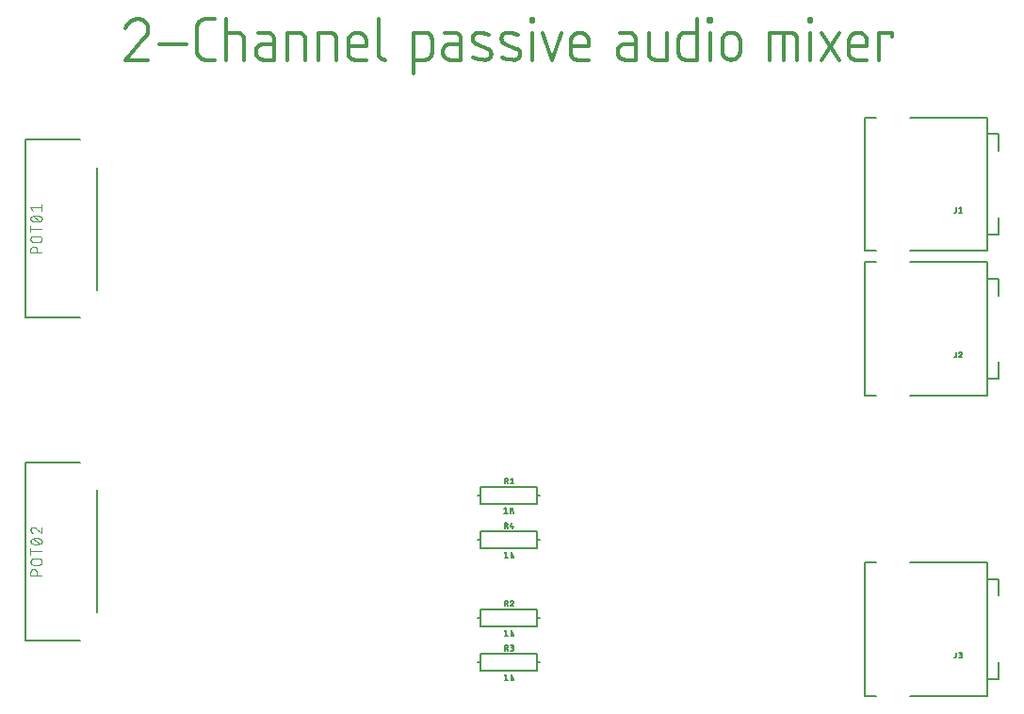
<source format=gbr>
G04 EAGLE Gerber RS-274X export*
G75*
%MOMM*%
%FSLAX34Y34*%
%LPD*%
%INSilkscreen Top*%
%IPPOS*%
%AMOC8*
5,1,8,0,0,1.08239X$1,22.5*%
G01*
%ADD10C,0.330200*%
%ADD11C,0.203200*%
%ADD12C,0.127000*%
%ADD13C,0.076200*%


D10*
X125768Y709175D02*
X125765Y709397D01*
X125757Y709618D01*
X125744Y709840D01*
X125725Y710061D01*
X125701Y710281D01*
X125672Y710501D01*
X125637Y710720D01*
X125597Y710938D01*
X125552Y711155D01*
X125501Y711371D01*
X125446Y711585D01*
X125385Y711799D01*
X125319Y712010D01*
X125248Y712220D01*
X125172Y712428D01*
X125091Y712635D01*
X125005Y712839D01*
X124914Y713041D01*
X124818Y713241D01*
X124717Y713439D01*
X124612Y713634D01*
X124502Y713826D01*
X124387Y714016D01*
X124268Y714203D01*
X124144Y714387D01*
X124016Y714568D01*
X123883Y714746D01*
X123747Y714920D01*
X123606Y715091D01*
X123461Y715259D01*
X123312Y715423D01*
X123159Y715584D01*
X123002Y715741D01*
X122841Y715894D01*
X122677Y716043D01*
X122509Y716188D01*
X122338Y716329D01*
X122164Y716465D01*
X121986Y716598D01*
X121805Y716726D01*
X121621Y716850D01*
X121434Y716969D01*
X121244Y717084D01*
X121052Y717194D01*
X120857Y717299D01*
X120659Y717400D01*
X120459Y717496D01*
X120257Y717587D01*
X120053Y717673D01*
X119846Y717754D01*
X119638Y717830D01*
X119428Y717901D01*
X119217Y717967D01*
X119003Y718028D01*
X118789Y718083D01*
X118573Y718134D01*
X118356Y718179D01*
X118138Y718219D01*
X117919Y718254D01*
X117699Y718283D01*
X117479Y718307D01*
X117258Y718326D01*
X117036Y718339D01*
X116815Y718347D01*
X116593Y718350D01*
X116593Y718349D02*
X116308Y718346D01*
X116023Y718335D01*
X115739Y718318D01*
X115455Y718294D01*
X115171Y718263D01*
X114889Y718225D01*
X114607Y718180D01*
X114327Y718129D01*
X114048Y718071D01*
X113770Y718006D01*
X113494Y717934D01*
X113220Y717856D01*
X112948Y717771D01*
X112678Y717680D01*
X112410Y717582D01*
X112145Y717478D01*
X111882Y717367D01*
X111622Y717250D01*
X111365Y717126D01*
X111111Y716997D01*
X110861Y716861D01*
X110613Y716720D01*
X110369Y716572D01*
X110129Y716419D01*
X109893Y716259D01*
X109660Y716095D01*
X109432Y715924D01*
X109207Y715748D01*
X108987Y715567D01*
X108772Y715380D01*
X108561Y715189D01*
X108355Y714992D01*
X108153Y714790D01*
X107957Y714584D01*
X107765Y714373D01*
X107579Y714157D01*
X107398Y713937D01*
X107222Y713712D01*
X107052Y713483D01*
X106888Y713251D01*
X106729Y713014D01*
X106575Y712774D01*
X106428Y712529D01*
X106287Y712282D01*
X106152Y712031D01*
X106022Y711777D01*
X105899Y711520D01*
X105783Y711260D01*
X105672Y710997D01*
X105568Y710732D01*
X105471Y710464D01*
X105379Y710194D01*
X122710Y702039D02*
X122883Y702208D01*
X123052Y702381D01*
X123216Y702559D01*
X123376Y702740D01*
X123532Y702925D01*
X123683Y703114D01*
X123830Y703306D01*
X123971Y703502D01*
X124108Y703701D01*
X124240Y703904D01*
X124367Y704110D01*
X124488Y704319D01*
X124605Y704531D01*
X124716Y704745D01*
X124822Y704963D01*
X124923Y705183D01*
X125018Y705405D01*
X125108Y705629D01*
X125192Y705856D01*
X125271Y706085D01*
X125344Y706315D01*
X125411Y706547D01*
X125473Y706781D01*
X125529Y707016D01*
X125579Y707253D01*
X125623Y707491D01*
X125661Y707729D01*
X125694Y707969D01*
X125721Y708209D01*
X125741Y708450D01*
X125756Y708692D01*
X125765Y708933D01*
X125768Y709175D01*
X122710Y702039D02*
X105380Y681651D01*
X125768Y681651D01*
X135341Y695922D02*
X159807Y695922D01*
X177543Y681651D02*
X185698Y681651D01*
X177543Y681651D02*
X177346Y681653D01*
X177149Y681661D01*
X176952Y681672D01*
X176756Y681689D01*
X176560Y681710D01*
X176365Y681737D01*
X176170Y681767D01*
X175976Y681803D01*
X175783Y681843D01*
X175591Y681888D01*
X175401Y681937D01*
X175211Y681992D01*
X175023Y682050D01*
X174836Y682113D01*
X174651Y682181D01*
X174468Y682253D01*
X174286Y682330D01*
X174106Y682410D01*
X173929Y682496D01*
X173753Y682585D01*
X173580Y682679D01*
X173409Y682777D01*
X173240Y682879D01*
X173074Y682985D01*
X172910Y683095D01*
X172750Y683208D01*
X172592Y683326D01*
X172436Y683448D01*
X172284Y683573D01*
X172135Y683702D01*
X171989Y683834D01*
X171847Y683970D01*
X171707Y684110D01*
X171571Y684252D01*
X171439Y684398D01*
X171310Y684547D01*
X171185Y684699D01*
X171063Y684855D01*
X170945Y685013D01*
X170832Y685173D01*
X170722Y685337D01*
X170616Y685503D01*
X170514Y685672D01*
X170416Y685843D01*
X170322Y686016D01*
X170233Y686192D01*
X170147Y686369D01*
X170067Y686549D01*
X169990Y686731D01*
X169918Y686914D01*
X169850Y687099D01*
X169787Y687286D01*
X169729Y687474D01*
X169674Y687664D01*
X169625Y687854D01*
X169580Y688046D01*
X169540Y688239D01*
X169504Y688433D01*
X169474Y688628D01*
X169447Y688823D01*
X169426Y689019D01*
X169409Y689215D01*
X169398Y689412D01*
X169390Y689609D01*
X169388Y689806D01*
X169388Y710194D01*
X169390Y710394D01*
X169398Y710594D01*
X169410Y710794D01*
X169427Y710993D01*
X169449Y711192D01*
X169476Y711391D01*
X169508Y711588D01*
X169545Y711785D01*
X169586Y711981D01*
X169632Y712175D01*
X169683Y712369D01*
X169739Y712561D01*
X169800Y712752D01*
X169865Y712941D01*
X169934Y713129D01*
X170009Y713315D01*
X170088Y713499D01*
X170171Y713681D01*
X170259Y713861D01*
X170351Y714038D01*
X170447Y714214D01*
X170548Y714386D01*
X170653Y714557D01*
X170762Y714725D01*
X170876Y714890D01*
X170993Y715052D01*
X171114Y715211D01*
X171239Y715367D01*
X171368Y715521D01*
X171501Y715671D01*
X171637Y715817D01*
X171777Y715960D01*
X171920Y716100D01*
X172066Y716236D01*
X172216Y716369D01*
X172370Y716498D01*
X172526Y716623D01*
X172685Y716744D01*
X172847Y716861D01*
X173012Y716975D01*
X173180Y717084D01*
X173350Y717189D01*
X173523Y717290D01*
X173699Y717386D01*
X173876Y717478D01*
X174056Y717566D01*
X174238Y717649D01*
X174422Y717728D01*
X174608Y717803D01*
X174796Y717872D01*
X174985Y717937D01*
X175176Y717998D01*
X175368Y718054D01*
X175561Y718105D01*
X175756Y718151D01*
X175952Y718192D01*
X176149Y718229D01*
X176346Y718261D01*
X176545Y718288D01*
X176744Y718310D01*
X176943Y718327D01*
X177143Y718339D01*
X177343Y718347D01*
X177543Y718349D01*
X185698Y718349D01*
X195419Y718349D02*
X195419Y681651D01*
X195419Y706116D02*
X205613Y706116D01*
X205768Y706114D01*
X205923Y706108D01*
X206077Y706098D01*
X206232Y706085D01*
X206386Y706067D01*
X206539Y706045D01*
X206692Y706020D01*
X206844Y705991D01*
X206996Y705958D01*
X207146Y705921D01*
X207295Y705880D01*
X207444Y705836D01*
X207591Y705787D01*
X207737Y705735D01*
X207882Y705680D01*
X208025Y705620D01*
X208166Y705557D01*
X208306Y705491D01*
X208445Y705421D01*
X208581Y705348D01*
X208716Y705271D01*
X208848Y705190D01*
X208979Y705107D01*
X209107Y705020D01*
X209233Y704930D01*
X209357Y704836D01*
X209478Y704740D01*
X209597Y704641D01*
X209713Y704538D01*
X209827Y704433D01*
X209938Y704325D01*
X210046Y704214D01*
X210151Y704100D01*
X210254Y703984D01*
X210353Y703865D01*
X210449Y703744D01*
X210543Y703620D01*
X210633Y703494D01*
X210720Y703366D01*
X210803Y703235D01*
X210884Y703103D01*
X210960Y702968D01*
X211034Y702832D01*
X211104Y702693D01*
X211170Y702554D01*
X211233Y702412D01*
X211293Y702269D01*
X211348Y702124D01*
X211400Y701978D01*
X211449Y701831D01*
X211493Y701683D01*
X211534Y701533D01*
X211571Y701383D01*
X211604Y701231D01*
X211633Y701079D01*
X211658Y700926D01*
X211680Y700773D01*
X211698Y700619D01*
X211711Y700464D01*
X211721Y700310D01*
X211727Y700155D01*
X211729Y700000D01*
X211729Y681651D01*
X229577Y695922D02*
X238751Y695922D01*
X229577Y695923D02*
X229403Y695921D01*
X229230Y695915D01*
X229056Y695904D01*
X228883Y695889D01*
X228710Y695870D01*
X228538Y695847D01*
X228366Y695820D01*
X228195Y695788D01*
X228025Y695752D01*
X227856Y695712D01*
X227688Y695668D01*
X227521Y695620D01*
X227355Y695568D01*
X227191Y695512D01*
X227028Y695452D01*
X226866Y695388D01*
X226706Y695320D01*
X226548Y695248D01*
X226392Y695173D01*
X226237Y695093D01*
X226085Y695010D01*
X225934Y694923D01*
X225786Y694833D01*
X225640Y694738D01*
X225496Y694641D01*
X225354Y694540D01*
X225216Y694435D01*
X225079Y694327D01*
X224946Y694216D01*
X224815Y694102D01*
X224687Y693984D01*
X224562Y693864D01*
X224440Y693740D01*
X224321Y693613D01*
X224205Y693484D01*
X224092Y693352D01*
X223982Y693217D01*
X223876Y693079D01*
X223773Y692939D01*
X223674Y692797D01*
X223578Y692652D01*
X223486Y692504D01*
X223397Y692355D01*
X223312Y692203D01*
X223231Y692050D01*
X223153Y691894D01*
X223079Y691737D01*
X223009Y691578D01*
X222943Y691417D01*
X222881Y691255D01*
X222823Y691091D01*
X222769Y690926D01*
X222719Y690760D01*
X222673Y690592D01*
X222631Y690423D01*
X222593Y690254D01*
X222560Y690083D01*
X222530Y689912D01*
X222505Y689740D01*
X222484Y689567D01*
X222467Y689395D01*
X222454Y689221D01*
X222446Y689048D01*
X222442Y688874D01*
X222442Y688700D01*
X222446Y688526D01*
X222454Y688353D01*
X222467Y688179D01*
X222484Y688007D01*
X222505Y687834D01*
X222530Y687662D01*
X222560Y687491D01*
X222593Y687320D01*
X222631Y687151D01*
X222673Y686982D01*
X222719Y686814D01*
X222769Y686648D01*
X222823Y686483D01*
X222881Y686319D01*
X222943Y686157D01*
X223009Y685996D01*
X223079Y685837D01*
X223153Y685680D01*
X223231Y685524D01*
X223312Y685371D01*
X223397Y685219D01*
X223486Y685070D01*
X223578Y684922D01*
X223674Y684777D01*
X223773Y684635D01*
X223876Y684495D01*
X223982Y684357D01*
X224092Y684222D01*
X224205Y684090D01*
X224321Y683961D01*
X224440Y683834D01*
X224562Y683710D01*
X224687Y683590D01*
X224815Y683472D01*
X224946Y683358D01*
X225079Y683247D01*
X225216Y683139D01*
X225354Y683034D01*
X225496Y682933D01*
X225640Y682836D01*
X225786Y682741D01*
X225934Y682651D01*
X226085Y682564D01*
X226237Y682481D01*
X226392Y682401D01*
X226548Y682326D01*
X226706Y682254D01*
X226866Y682186D01*
X227028Y682122D01*
X227191Y682062D01*
X227355Y682006D01*
X227521Y681954D01*
X227688Y681906D01*
X227856Y681862D01*
X228025Y681822D01*
X228195Y681786D01*
X228366Y681754D01*
X228538Y681727D01*
X228710Y681704D01*
X228883Y681685D01*
X229056Y681670D01*
X229230Y681659D01*
X229403Y681653D01*
X229577Y681651D01*
X238751Y681651D01*
X238751Y700000D01*
X238749Y700155D01*
X238743Y700310D01*
X238733Y700464D01*
X238720Y700619D01*
X238702Y700773D01*
X238680Y700926D01*
X238655Y701079D01*
X238626Y701231D01*
X238593Y701383D01*
X238556Y701533D01*
X238515Y701682D01*
X238471Y701831D01*
X238422Y701978D01*
X238370Y702124D01*
X238315Y702269D01*
X238255Y702412D01*
X238192Y702553D01*
X238126Y702693D01*
X238056Y702832D01*
X237983Y702968D01*
X237906Y703103D01*
X237825Y703235D01*
X237742Y703366D01*
X237655Y703494D01*
X237565Y703620D01*
X237471Y703744D01*
X237375Y703865D01*
X237276Y703984D01*
X237173Y704100D01*
X237068Y704214D01*
X236960Y704325D01*
X236849Y704433D01*
X236735Y704538D01*
X236619Y704641D01*
X236500Y704740D01*
X236379Y704836D01*
X236255Y704930D01*
X236129Y705020D01*
X236001Y705107D01*
X235870Y705190D01*
X235738Y705271D01*
X235603Y705348D01*
X235467Y705421D01*
X235328Y705491D01*
X235188Y705557D01*
X235047Y705620D01*
X234904Y705680D01*
X234759Y705735D01*
X234613Y705787D01*
X234466Y705836D01*
X234317Y705880D01*
X234168Y705921D01*
X234018Y705958D01*
X233866Y705991D01*
X233714Y706020D01*
X233561Y706045D01*
X233408Y706067D01*
X233254Y706085D01*
X233099Y706098D01*
X232945Y706108D01*
X232790Y706114D01*
X232635Y706116D01*
X224480Y706116D01*
X250419Y706116D02*
X250419Y681651D01*
X250419Y706116D02*
X260613Y706116D01*
X260768Y706114D01*
X260923Y706108D01*
X261077Y706098D01*
X261232Y706085D01*
X261386Y706067D01*
X261539Y706045D01*
X261692Y706020D01*
X261844Y705991D01*
X261996Y705958D01*
X262146Y705921D01*
X262295Y705880D01*
X262444Y705836D01*
X262591Y705787D01*
X262737Y705735D01*
X262882Y705680D01*
X263025Y705620D01*
X263166Y705557D01*
X263306Y705491D01*
X263445Y705421D01*
X263581Y705348D01*
X263716Y705271D01*
X263848Y705190D01*
X263979Y705107D01*
X264107Y705020D01*
X264233Y704930D01*
X264357Y704836D01*
X264478Y704740D01*
X264597Y704641D01*
X264713Y704538D01*
X264827Y704433D01*
X264938Y704325D01*
X265046Y704214D01*
X265151Y704100D01*
X265254Y703984D01*
X265353Y703865D01*
X265449Y703744D01*
X265543Y703620D01*
X265633Y703494D01*
X265720Y703366D01*
X265803Y703235D01*
X265884Y703103D01*
X265960Y702968D01*
X266034Y702832D01*
X266104Y702693D01*
X266170Y702554D01*
X266233Y702412D01*
X266293Y702269D01*
X266348Y702124D01*
X266400Y701978D01*
X266449Y701831D01*
X266493Y701683D01*
X266534Y701533D01*
X266571Y701383D01*
X266604Y701231D01*
X266633Y701079D01*
X266658Y700926D01*
X266680Y700773D01*
X266698Y700619D01*
X266711Y700464D01*
X266721Y700310D01*
X266727Y700155D01*
X266729Y700000D01*
X266729Y681651D01*
X278419Y681651D02*
X278419Y706116D01*
X288613Y706116D01*
X288768Y706114D01*
X288923Y706108D01*
X289077Y706098D01*
X289232Y706085D01*
X289386Y706067D01*
X289539Y706045D01*
X289692Y706020D01*
X289844Y705991D01*
X289996Y705958D01*
X290146Y705921D01*
X290295Y705880D01*
X290444Y705836D01*
X290591Y705787D01*
X290737Y705735D01*
X290882Y705680D01*
X291025Y705620D01*
X291166Y705557D01*
X291306Y705491D01*
X291445Y705421D01*
X291581Y705348D01*
X291716Y705271D01*
X291848Y705190D01*
X291979Y705107D01*
X292107Y705020D01*
X292233Y704930D01*
X292357Y704836D01*
X292478Y704740D01*
X292597Y704641D01*
X292713Y704538D01*
X292827Y704433D01*
X292938Y704325D01*
X293046Y704214D01*
X293151Y704100D01*
X293254Y703984D01*
X293353Y703865D01*
X293449Y703744D01*
X293543Y703620D01*
X293633Y703494D01*
X293720Y703366D01*
X293803Y703235D01*
X293884Y703103D01*
X293960Y702968D01*
X294034Y702832D01*
X294104Y702693D01*
X294170Y702554D01*
X294233Y702412D01*
X294293Y702269D01*
X294348Y702124D01*
X294400Y701978D01*
X294449Y701831D01*
X294493Y701683D01*
X294534Y701533D01*
X294571Y701383D01*
X294604Y701231D01*
X294633Y701079D01*
X294658Y700926D01*
X294680Y700773D01*
X294698Y700619D01*
X294711Y700464D01*
X294721Y700310D01*
X294727Y700155D01*
X294729Y700000D01*
X294729Y681651D01*
X311535Y681651D02*
X321729Y681651D01*
X311535Y681651D02*
X311380Y681653D01*
X311225Y681659D01*
X311071Y681669D01*
X310916Y681682D01*
X310762Y681700D01*
X310609Y681722D01*
X310456Y681747D01*
X310304Y681776D01*
X310152Y681809D01*
X310002Y681846D01*
X309853Y681887D01*
X309704Y681931D01*
X309557Y681980D01*
X309411Y682032D01*
X309266Y682087D01*
X309123Y682147D01*
X308982Y682210D01*
X308842Y682276D01*
X308703Y682346D01*
X308567Y682419D01*
X308432Y682496D01*
X308300Y682577D01*
X308169Y682660D01*
X308041Y682747D01*
X307915Y682837D01*
X307791Y682931D01*
X307670Y683027D01*
X307551Y683126D01*
X307435Y683229D01*
X307321Y683334D01*
X307210Y683442D01*
X307102Y683553D01*
X306997Y683667D01*
X306894Y683783D01*
X306795Y683902D01*
X306699Y684023D01*
X306605Y684147D01*
X306515Y684273D01*
X306428Y684401D01*
X306345Y684532D01*
X306264Y684664D01*
X306187Y684799D01*
X306114Y684935D01*
X306044Y685074D01*
X305978Y685214D01*
X305915Y685355D01*
X305855Y685498D01*
X305800Y685643D01*
X305748Y685789D01*
X305699Y685936D01*
X305655Y686085D01*
X305614Y686234D01*
X305577Y686384D01*
X305544Y686536D01*
X305515Y686688D01*
X305490Y686841D01*
X305468Y686994D01*
X305450Y687148D01*
X305437Y687303D01*
X305427Y687457D01*
X305421Y687612D01*
X305419Y687767D01*
X305419Y697961D01*
X305421Y698160D01*
X305429Y698358D01*
X305441Y698556D01*
X305458Y698754D01*
X305479Y698952D01*
X305506Y699148D01*
X305537Y699344D01*
X305573Y699540D01*
X305614Y699734D01*
X305660Y699927D01*
X305710Y700120D01*
X305765Y700310D01*
X305824Y700500D01*
X305888Y700688D01*
X305957Y700874D01*
X306030Y701059D01*
X306108Y701242D01*
X306190Y701422D01*
X306277Y701601D01*
X306367Y701778D01*
X306462Y701952D01*
X306562Y702124D01*
X306665Y702294D01*
X306773Y702461D01*
X306884Y702625D01*
X307000Y702786D01*
X307119Y702945D01*
X307243Y703101D01*
X307370Y703253D01*
X307500Y703403D01*
X307635Y703549D01*
X307773Y703692D01*
X307914Y703832D01*
X308058Y703968D01*
X308206Y704100D01*
X308357Y704229D01*
X308512Y704354D01*
X308669Y704476D01*
X308829Y704593D01*
X308992Y704707D01*
X309157Y704817D01*
X309326Y704922D01*
X309497Y705023D01*
X309670Y705121D01*
X309845Y705214D01*
X310023Y705302D01*
X310203Y705387D01*
X310385Y705466D01*
X310568Y705542D01*
X310754Y705613D01*
X310941Y705679D01*
X311130Y705741D01*
X311320Y705798D01*
X311511Y705851D01*
X311704Y705899D01*
X311898Y705942D01*
X312093Y705980D01*
X312288Y706014D01*
X312485Y706043D01*
X312682Y706067D01*
X312880Y706086D01*
X313078Y706101D01*
X313276Y706111D01*
X313475Y706115D01*
X313673Y706115D01*
X313872Y706111D01*
X314070Y706101D01*
X314268Y706086D01*
X314466Y706067D01*
X314663Y706043D01*
X314860Y706014D01*
X315055Y705980D01*
X315250Y705942D01*
X315444Y705899D01*
X315637Y705851D01*
X315828Y705798D01*
X316018Y705741D01*
X316207Y705679D01*
X316394Y705613D01*
X316580Y705542D01*
X316763Y705466D01*
X316945Y705387D01*
X317125Y705302D01*
X317303Y705214D01*
X317478Y705121D01*
X317652Y705023D01*
X317822Y704922D01*
X317991Y704817D01*
X318156Y704707D01*
X318319Y704593D01*
X318479Y704476D01*
X318636Y704354D01*
X318791Y704229D01*
X318942Y704100D01*
X319090Y703968D01*
X319234Y703832D01*
X319375Y703692D01*
X319513Y703549D01*
X319648Y703403D01*
X319778Y703253D01*
X319905Y703101D01*
X320029Y702945D01*
X320148Y702786D01*
X320264Y702625D01*
X320375Y702461D01*
X320483Y702294D01*
X320586Y702124D01*
X320686Y701952D01*
X320781Y701778D01*
X320871Y701601D01*
X320958Y701422D01*
X321040Y701242D01*
X321118Y701059D01*
X321191Y700874D01*
X321260Y700688D01*
X321324Y700500D01*
X321383Y700310D01*
X321438Y700120D01*
X321488Y699927D01*
X321534Y699734D01*
X321575Y699540D01*
X321611Y699344D01*
X321642Y699148D01*
X321669Y698952D01*
X321690Y698754D01*
X321707Y698556D01*
X321719Y698358D01*
X321727Y698160D01*
X321729Y697961D01*
X321729Y693884D01*
X305419Y693884D01*
X332496Y687767D02*
X332496Y718349D01*
X332496Y687767D02*
X332498Y687612D01*
X332504Y687457D01*
X332514Y687303D01*
X332527Y687148D01*
X332545Y686994D01*
X332567Y686841D01*
X332592Y686688D01*
X332621Y686536D01*
X332654Y686384D01*
X332691Y686234D01*
X332732Y686085D01*
X332776Y685936D01*
X332825Y685789D01*
X332877Y685643D01*
X332932Y685498D01*
X332992Y685355D01*
X333055Y685214D01*
X333121Y685074D01*
X333191Y684935D01*
X333264Y684799D01*
X333341Y684664D01*
X333422Y684532D01*
X333505Y684401D01*
X333592Y684273D01*
X333682Y684147D01*
X333776Y684023D01*
X333872Y683902D01*
X333971Y683783D01*
X334074Y683667D01*
X334179Y683553D01*
X334287Y683442D01*
X334398Y683334D01*
X334512Y683229D01*
X334628Y683126D01*
X334747Y683027D01*
X334868Y682931D01*
X334992Y682837D01*
X335118Y682747D01*
X335246Y682660D01*
X335377Y682577D01*
X335509Y682496D01*
X335644Y682419D01*
X335780Y682346D01*
X335919Y682276D01*
X336059Y682210D01*
X336200Y682147D01*
X336343Y682087D01*
X336488Y682032D01*
X336634Y681980D01*
X336781Y681931D01*
X336930Y681887D01*
X337079Y681846D01*
X337229Y681809D01*
X337381Y681776D01*
X337533Y681747D01*
X337686Y681722D01*
X337839Y681700D01*
X337993Y681682D01*
X338148Y681669D01*
X338302Y681659D01*
X338457Y681653D01*
X338612Y681651D01*
X364396Y669418D02*
X364396Y706116D01*
X374590Y706116D01*
X374745Y706114D01*
X374900Y706108D01*
X375054Y706098D01*
X375209Y706085D01*
X375363Y706067D01*
X375516Y706045D01*
X375669Y706020D01*
X375821Y705991D01*
X375973Y705958D01*
X376123Y705921D01*
X376272Y705880D01*
X376421Y705836D01*
X376568Y705787D01*
X376714Y705735D01*
X376859Y705680D01*
X377002Y705620D01*
X377143Y705557D01*
X377283Y705491D01*
X377422Y705421D01*
X377558Y705348D01*
X377693Y705271D01*
X377825Y705190D01*
X377956Y705107D01*
X378084Y705020D01*
X378210Y704930D01*
X378334Y704836D01*
X378455Y704740D01*
X378574Y704641D01*
X378690Y704538D01*
X378804Y704433D01*
X378915Y704325D01*
X379023Y704214D01*
X379128Y704100D01*
X379231Y703984D01*
X379330Y703865D01*
X379426Y703744D01*
X379520Y703620D01*
X379610Y703494D01*
X379697Y703366D01*
X379780Y703235D01*
X379861Y703103D01*
X379937Y702968D01*
X380011Y702832D01*
X380081Y702693D01*
X380147Y702554D01*
X380210Y702412D01*
X380270Y702269D01*
X380325Y702124D01*
X380377Y701978D01*
X380426Y701831D01*
X380470Y701683D01*
X380511Y701533D01*
X380548Y701383D01*
X380581Y701231D01*
X380610Y701079D01*
X380635Y700926D01*
X380657Y700773D01*
X380675Y700619D01*
X380688Y700464D01*
X380698Y700310D01*
X380704Y700155D01*
X380706Y700000D01*
X380707Y700000D02*
X380707Y687767D01*
X380706Y687767D02*
X380704Y687612D01*
X380698Y687457D01*
X380688Y687303D01*
X380675Y687148D01*
X380657Y686994D01*
X380635Y686841D01*
X380610Y686688D01*
X380581Y686536D01*
X380548Y686384D01*
X380511Y686234D01*
X380470Y686085D01*
X380426Y685936D01*
X380377Y685789D01*
X380325Y685643D01*
X380270Y685498D01*
X380210Y685355D01*
X380147Y685214D01*
X380081Y685074D01*
X380011Y684935D01*
X379938Y684799D01*
X379861Y684664D01*
X379780Y684532D01*
X379697Y684401D01*
X379610Y684273D01*
X379520Y684147D01*
X379426Y684023D01*
X379330Y683902D01*
X379231Y683783D01*
X379128Y683667D01*
X379023Y683553D01*
X378915Y683442D01*
X378804Y683334D01*
X378690Y683229D01*
X378574Y683126D01*
X378455Y683027D01*
X378334Y682931D01*
X378210Y682837D01*
X378084Y682747D01*
X377956Y682660D01*
X377825Y682577D01*
X377693Y682496D01*
X377558Y682419D01*
X377422Y682346D01*
X377283Y682276D01*
X377143Y682210D01*
X377002Y682147D01*
X376859Y682087D01*
X376714Y682032D01*
X376568Y681980D01*
X376421Y681931D01*
X376272Y681887D01*
X376123Y681846D01*
X375973Y681809D01*
X375821Y681776D01*
X375669Y681747D01*
X375516Y681722D01*
X375363Y681700D01*
X375209Y681682D01*
X375054Y681669D01*
X374900Y681659D01*
X374745Y681653D01*
X374590Y681651D01*
X364396Y681651D01*
X397576Y695922D02*
X406751Y695922D01*
X397576Y695923D02*
X397402Y695921D01*
X397229Y695915D01*
X397055Y695904D01*
X396882Y695889D01*
X396709Y695870D01*
X396537Y695847D01*
X396365Y695820D01*
X396194Y695788D01*
X396024Y695752D01*
X395855Y695712D01*
X395687Y695668D01*
X395520Y695620D01*
X395354Y695568D01*
X395190Y695512D01*
X395027Y695452D01*
X394865Y695388D01*
X394705Y695320D01*
X394547Y695248D01*
X394391Y695173D01*
X394236Y695093D01*
X394084Y695010D01*
X393933Y694923D01*
X393785Y694833D01*
X393639Y694738D01*
X393495Y694641D01*
X393353Y694540D01*
X393215Y694435D01*
X393078Y694327D01*
X392945Y694216D01*
X392814Y694102D01*
X392686Y693984D01*
X392561Y693864D01*
X392439Y693740D01*
X392320Y693613D01*
X392204Y693484D01*
X392091Y693352D01*
X391981Y693217D01*
X391875Y693079D01*
X391772Y692939D01*
X391673Y692797D01*
X391577Y692652D01*
X391485Y692504D01*
X391396Y692355D01*
X391311Y692203D01*
X391230Y692050D01*
X391152Y691894D01*
X391078Y691737D01*
X391008Y691578D01*
X390942Y691417D01*
X390880Y691255D01*
X390822Y691091D01*
X390768Y690926D01*
X390718Y690760D01*
X390672Y690592D01*
X390630Y690423D01*
X390592Y690254D01*
X390559Y690083D01*
X390529Y689912D01*
X390504Y689740D01*
X390483Y689567D01*
X390466Y689395D01*
X390453Y689221D01*
X390445Y689048D01*
X390441Y688874D01*
X390441Y688700D01*
X390445Y688526D01*
X390453Y688353D01*
X390466Y688179D01*
X390483Y688007D01*
X390504Y687834D01*
X390529Y687662D01*
X390559Y687491D01*
X390592Y687320D01*
X390630Y687151D01*
X390672Y686982D01*
X390718Y686814D01*
X390768Y686648D01*
X390822Y686483D01*
X390880Y686319D01*
X390942Y686157D01*
X391008Y685996D01*
X391078Y685837D01*
X391152Y685680D01*
X391230Y685524D01*
X391311Y685371D01*
X391396Y685219D01*
X391485Y685070D01*
X391577Y684922D01*
X391673Y684777D01*
X391772Y684635D01*
X391875Y684495D01*
X391981Y684357D01*
X392091Y684222D01*
X392204Y684090D01*
X392320Y683961D01*
X392439Y683834D01*
X392561Y683710D01*
X392686Y683590D01*
X392814Y683472D01*
X392945Y683358D01*
X393078Y683247D01*
X393215Y683139D01*
X393353Y683034D01*
X393495Y682933D01*
X393639Y682836D01*
X393785Y682741D01*
X393933Y682651D01*
X394084Y682564D01*
X394236Y682481D01*
X394391Y682401D01*
X394547Y682326D01*
X394705Y682254D01*
X394865Y682186D01*
X395027Y682122D01*
X395190Y682062D01*
X395354Y682006D01*
X395520Y681954D01*
X395687Y681906D01*
X395855Y681862D01*
X396024Y681822D01*
X396194Y681786D01*
X396365Y681754D01*
X396537Y681727D01*
X396709Y681704D01*
X396882Y681685D01*
X397055Y681670D01*
X397229Y681659D01*
X397402Y681653D01*
X397576Y681651D01*
X406751Y681651D01*
X406751Y700000D01*
X406749Y700155D01*
X406743Y700310D01*
X406733Y700464D01*
X406720Y700619D01*
X406702Y700773D01*
X406680Y700926D01*
X406655Y701079D01*
X406626Y701231D01*
X406593Y701383D01*
X406556Y701533D01*
X406515Y701682D01*
X406471Y701831D01*
X406422Y701978D01*
X406370Y702124D01*
X406315Y702269D01*
X406255Y702412D01*
X406192Y702553D01*
X406126Y702693D01*
X406056Y702832D01*
X405983Y702968D01*
X405906Y703103D01*
X405825Y703235D01*
X405742Y703366D01*
X405655Y703494D01*
X405565Y703620D01*
X405471Y703744D01*
X405375Y703865D01*
X405276Y703984D01*
X405173Y704100D01*
X405068Y704214D01*
X404960Y704325D01*
X404849Y704433D01*
X404735Y704538D01*
X404619Y704641D01*
X404500Y704740D01*
X404379Y704836D01*
X404255Y704930D01*
X404129Y705020D01*
X404001Y705107D01*
X403870Y705190D01*
X403738Y705271D01*
X403603Y705348D01*
X403467Y705421D01*
X403328Y705491D01*
X403188Y705557D01*
X403047Y705620D01*
X402904Y705680D01*
X402759Y705735D01*
X402613Y705787D01*
X402466Y705836D01*
X402317Y705880D01*
X402168Y705921D01*
X402018Y705958D01*
X401866Y705991D01*
X401714Y706020D01*
X401561Y706045D01*
X401408Y706067D01*
X401254Y706085D01*
X401099Y706098D01*
X400945Y706108D01*
X400790Y706114D01*
X400635Y706116D01*
X392479Y706116D01*
X420477Y695922D02*
X430671Y691845D01*
X420477Y695923D02*
X420344Y695978D01*
X420213Y696037D01*
X420083Y696099D01*
X419955Y696165D01*
X419829Y696235D01*
X419705Y696307D01*
X419583Y696383D01*
X419463Y696463D01*
X419346Y696545D01*
X419230Y696631D01*
X419117Y696720D01*
X419006Y696812D01*
X418898Y696907D01*
X418793Y697005D01*
X418690Y697105D01*
X418590Y697209D01*
X418493Y697315D01*
X418399Y697424D01*
X418308Y697535D01*
X418219Y697648D01*
X418134Y697764D01*
X418053Y697883D01*
X417974Y698003D01*
X417899Y698126D01*
X417827Y698250D01*
X417758Y698377D01*
X417693Y698505D01*
X417632Y698635D01*
X417574Y698767D01*
X417519Y698900D01*
X417469Y699034D01*
X417422Y699170D01*
X417378Y699307D01*
X417339Y699446D01*
X417303Y699585D01*
X417271Y699725D01*
X417243Y699866D01*
X417218Y700008D01*
X417198Y700150D01*
X417181Y700293D01*
X417169Y700437D01*
X417160Y700580D01*
X417155Y700724D01*
X417154Y700868D01*
X417157Y701011D01*
X417164Y701155D01*
X417175Y701299D01*
X417189Y701442D01*
X417208Y701584D01*
X417230Y701726D01*
X417257Y701868D01*
X417287Y702008D01*
X417321Y702148D01*
X417358Y702287D01*
X417400Y702425D01*
X417445Y702561D01*
X417494Y702696D01*
X417547Y702830D01*
X417603Y702963D01*
X417663Y703093D01*
X417726Y703223D01*
X417793Y703350D01*
X417863Y703475D01*
X417937Y703599D01*
X418014Y703720D01*
X418094Y703840D01*
X418177Y703957D01*
X418264Y704072D01*
X418354Y704184D01*
X418446Y704294D01*
X418542Y704401D01*
X418641Y704506D01*
X418742Y704608D01*
X418846Y704707D01*
X418953Y704804D01*
X419062Y704897D01*
X419174Y704988D01*
X419289Y705075D01*
X419405Y705159D01*
X419524Y705240D01*
X419645Y705318D01*
X419768Y705392D01*
X419893Y705463D01*
X420020Y705531D01*
X420149Y705595D01*
X420279Y705655D01*
X420411Y705712D01*
X420545Y705766D01*
X420680Y705815D01*
X420816Y705861D01*
X420954Y705904D01*
X421092Y705942D01*
X421232Y705977D01*
X421372Y706008D01*
X421514Y706035D01*
X421655Y706058D01*
X421798Y706078D01*
X421941Y706093D01*
X422084Y706105D01*
X422228Y706113D01*
X422372Y706117D01*
X422516Y706116D01*
X422516Y706117D02*
X423072Y706102D01*
X423628Y706074D01*
X424183Y706033D01*
X424737Y705978D01*
X425290Y705910D01*
X425841Y705829D01*
X426389Y705734D01*
X426936Y705626D01*
X427479Y705506D01*
X428019Y705372D01*
X428556Y705225D01*
X429090Y705065D01*
X429619Y704893D01*
X430144Y704708D01*
X430664Y704510D01*
X431180Y704300D01*
X431690Y704078D01*
X430670Y691845D02*
X430803Y691790D01*
X430934Y691731D01*
X431064Y691669D01*
X431192Y691603D01*
X431318Y691533D01*
X431442Y691461D01*
X431564Y691385D01*
X431684Y691305D01*
X431802Y691223D01*
X431917Y691137D01*
X432030Y691048D01*
X432141Y690956D01*
X432249Y690861D01*
X432354Y690763D01*
X432457Y690663D01*
X432557Y690559D01*
X432654Y690453D01*
X432748Y690344D01*
X432839Y690233D01*
X432928Y690120D01*
X433013Y690004D01*
X433094Y689885D01*
X433173Y689765D01*
X433248Y689642D01*
X433320Y689518D01*
X433389Y689391D01*
X433454Y689263D01*
X433515Y689133D01*
X433573Y689001D01*
X433628Y688868D01*
X433678Y688734D01*
X433725Y688598D01*
X433769Y688461D01*
X433808Y688322D01*
X433844Y688183D01*
X433876Y688043D01*
X433904Y687902D01*
X433929Y687760D01*
X433949Y687618D01*
X433966Y687475D01*
X433978Y687331D01*
X433987Y687188D01*
X433992Y687044D01*
X433993Y686900D01*
X433990Y686757D01*
X433983Y686613D01*
X433972Y686469D01*
X433958Y686326D01*
X433939Y686184D01*
X433917Y686042D01*
X433890Y685900D01*
X433860Y685760D01*
X433826Y685620D01*
X433789Y685481D01*
X433747Y685343D01*
X433702Y685207D01*
X433653Y685072D01*
X433600Y684938D01*
X433544Y684805D01*
X433484Y684675D01*
X433421Y684545D01*
X433354Y684418D01*
X433284Y684293D01*
X433210Y684169D01*
X433133Y684048D01*
X433053Y683928D01*
X432970Y683811D01*
X432883Y683696D01*
X432793Y683584D01*
X432701Y683474D01*
X432605Y683367D01*
X432506Y683262D01*
X432405Y683160D01*
X432301Y683061D01*
X432194Y682964D01*
X432085Y682871D01*
X431973Y682780D01*
X431858Y682693D01*
X431742Y682609D01*
X431623Y682528D01*
X431502Y682450D01*
X431379Y682376D01*
X431254Y682305D01*
X431127Y682237D01*
X430998Y682173D01*
X430868Y682113D01*
X430736Y682056D01*
X430602Y682002D01*
X430467Y681953D01*
X430331Y681907D01*
X430193Y681864D01*
X430055Y681826D01*
X429915Y681791D01*
X429775Y681760D01*
X429633Y681733D01*
X429492Y681710D01*
X429349Y681690D01*
X429206Y681675D01*
X429063Y681663D01*
X428919Y681655D01*
X428775Y681651D01*
X428632Y681652D01*
X427815Y681673D01*
X426998Y681714D01*
X426182Y681774D01*
X425368Y681853D01*
X424557Y681951D01*
X423747Y682069D01*
X422941Y682206D01*
X422138Y682361D01*
X421339Y682536D01*
X420545Y682730D01*
X419755Y682942D01*
X418970Y683173D01*
X418192Y683422D01*
X417419Y683690D01*
X446477Y695922D02*
X456671Y691845D01*
X446477Y695923D02*
X446344Y695978D01*
X446213Y696037D01*
X446083Y696099D01*
X445955Y696165D01*
X445829Y696235D01*
X445705Y696307D01*
X445583Y696383D01*
X445463Y696463D01*
X445346Y696545D01*
X445230Y696631D01*
X445117Y696720D01*
X445006Y696812D01*
X444898Y696907D01*
X444793Y697005D01*
X444690Y697105D01*
X444590Y697209D01*
X444493Y697315D01*
X444399Y697424D01*
X444308Y697535D01*
X444219Y697648D01*
X444134Y697764D01*
X444053Y697883D01*
X443974Y698003D01*
X443899Y698126D01*
X443827Y698250D01*
X443758Y698377D01*
X443693Y698505D01*
X443632Y698635D01*
X443574Y698767D01*
X443519Y698900D01*
X443469Y699034D01*
X443422Y699170D01*
X443378Y699307D01*
X443339Y699446D01*
X443303Y699585D01*
X443271Y699725D01*
X443243Y699866D01*
X443218Y700008D01*
X443198Y700150D01*
X443181Y700293D01*
X443169Y700437D01*
X443160Y700580D01*
X443155Y700724D01*
X443154Y700868D01*
X443157Y701011D01*
X443164Y701155D01*
X443175Y701299D01*
X443189Y701442D01*
X443208Y701584D01*
X443230Y701726D01*
X443257Y701868D01*
X443287Y702008D01*
X443321Y702148D01*
X443358Y702287D01*
X443400Y702425D01*
X443445Y702561D01*
X443494Y702696D01*
X443547Y702830D01*
X443603Y702963D01*
X443663Y703093D01*
X443726Y703223D01*
X443793Y703350D01*
X443863Y703475D01*
X443937Y703599D01*
X444014Y703720D01*
X444094Y703840D01*
X444177Y703957D01*
X444264Y704072D01*
X444354Y704184D01*
X444446Y704294D01*
X444542Y704401D01*
X444641Y704506D01*
X444742Y704608D01*
X444846Y704707D01*
X444953Y704804D01*
X445062Y704897D01*
X445174Y704988D01*
X445289Y705075D01*
X445405Y705159D01*
X445524Y705240D01*
X445645Y705318D01*
X445768Y705392D01*
X445893Y705463D01*
X446020Y705531D01*
X446149Y705595D01*
X446279Y705655D01*
X446411Y705712D01*
X446545Y705766D01*
X446680Y705815D01*
X446816Y705861D01*
X446954Y705904D01*
X447092Y705942D01*
X447232Y705977D01*
X447372Y706008D01*
X447514Y706035D01*
X447655Y706058D01*
X447798Y706078D01*
X447941Y706093D01*
X448084Y706105D01*
X448228Y706113D01*
X448372Y706117D01*
X448516Y706116D01*
X448516Y706117D02*
X449072Y706102D01*
X449628Y706074D01*
X450183Y706033D01*
X450737Y705978D01*
X451290Y705910D01*
X451841Y705829D01*
X452389Y705734D01*
X452936Y705626D01*
X453479Y705506D01*
X454019Y705372D01*
X454556Y705225D01*
X455090Y705065D01*
X455619Y704893D01*
X456144Y704708D01*
X456664Y704510D01*
X457180Y704300D01*
X457690Y704078D01*
X456670Y691845D02*
X456803Y691790D01*
X456934Y691731D01*
X457064Y691669D01*
X457192Y691603D01*
X457318Y691533D01*
X457442Y691461D01*
X457564Y691385D01*
X457684Y691305D01*
X457802Y691223D01*
X457917Y691137D01*
X458030Y691048D01*
X458141Y690956D01*
X458249Y690861D01*
X458354Y690763D01*
X458457Y690663D01*
X458557Y690559D01*
X458654Y690453D01*
X458748Y690344D01*
X458839Y690233D01*
X458928Y690120D01*
X459013Y690004D01*
X459094Y689885D01*
X459173Y689765D01*
X459248Y689642D01*
X459320Y689518D01*
X459389Y689391D01*
X459454Y689263D01*
X459515Y689133D01*
X459573Y689001D01*
X459628Y688868D01*
X459678Y688734D01*
X459725Y688598D01*
X459769Y688461D01*
X459808Y688322D01*
X459844Y688183D01*
X459876Y688043D01*
X459904Y687902D01*
X459929Y687760D01*
X459949Y687618D01*
X459966Y687475D01*
X459978Y687331D01*
X459987Y687188D01*
X459992Y687044D01*
X459993Y686900D01*
X459990Y686757D01*
X459983Y686613D01*
X459972Y686469D01*
X459958Y686326D01*
X459939Y686184D01*
X459917Y686042D01*
X459890Y685900D01*
X459860Y685760D01*
X459826Y685620D01*
X459789Y685481D01*
X459747Y685343D01*
X459702Y685207D01*
X459653Y685072D01*
X459600Y684938D01*
X459544Y684805D01*
X459484Y684675D01*
X459421Y684545D01*
X459354Y684418D01*
X459284Y684293D01*
X459210Y684169D01*
X459133Y684048D01*
X459053Y683928D01*
X458970Y683811D01*
X458883Y683696D01*
X458793Y683584D01*
X458701Y683474D01*
X458605Y683367D01*
X458506Y683262D01*
X458405Y683160D01*
X458301Y683061D01*
X458194Y682964D01*
X458085Y682871D01*
X457973Y682780D01*
X457858Y682693D01*
X457742Y682609D01*
X457623Y682528D01*
X457502Y682450D01*
X457379Y682376D01*
X457254Y682305D01*
X457127Y682237D01*
X456998Y682173D01*
X456868Y682113D01*
X456736Y682056D01*
X456602Y682002D01*
X456467Y681953D01*
X456331Y681907D01*
X456193Y681864D01*
X456055Y681826D01*
X455915Y681791D01*
X455775Y681760D01*
X455633Y681733D01*
X455492Y681710D01*
X455349Y681690D01*
X455206Y681675D01*
X455063Y681663D01*
X454919Y681655D01*
X454775Y681651D01*
X454632Y681652D01*
X453815Y681673D01*
X452998Y681714D01*
X452182Y681774D01*
X451368Y681853D01*
X450557Y681951D01*
X449747Y682069D01*
X448941Y682206D01*
X448138Y682361D01*
X447339Y682536D01*
X446545Y682730D01*
X445755Y682942D01*
X444970Y683173D01*
X444192Y683422D01*
X443419Y683690D01*
X470574Y681651D02*
X470574Y706116D01*
X469554Y716310D02*
X469554Y718349D01*
X471593Y718349D01*
X471593Y716310D01*
X469554Y716310D01*
X480419Y706116D02*
X488574Y681651D01*
X496729Y706116D01*
X511535Y681651D02*
X521729Y681651D01*
X511535Y681651D02*
X511380Y681653D01*
X511225Y681659D01*
X511071Y681669D01*
X510916Y681682D01*
X510762Y681700D01*
X510609Y681722D01*
X510456Y681747D01*
X510304Y681776D01*
X510152Y681809D01*
X510002Y681846D01*
X509853Y681887D01*
X509704Y681931D01*
X509557Y681980D01*
X509411Y682032D01*
X509266Y682087D01*
X509123Y682147D01*
X508982Y682210D01*
X508842Y682276D01*
X508703Y682346D01*
X508567Y682419D01*
X508432Y682496D01*
X508300Y682577D01*
X508169Y682660D01*
X508041Y682747D01*
X507915Y682837D01*
X507791Y682931D01*
X507670Y683027D01*
X507551Y683126D01*
X507435Y683229D01*
X507321Y683334D01*
X507210Y683442D01*
X507102Y683553D01*
X506997Y683667D01*
X506894Y683783D01*
X506795Y683902D01*
X506699Y684023D01*
X506605Y684147D01*
X506515Y684273D01*
X506428Y684401D01*
X506345Y684532D01*
X506264Y684664D01*
X506187Y684799D01*
X506114Y684935D01*
X506044Y685074D01*
X505978Y685214D01*
X505915Y685355D01*
X505855Y685498D01*
X505800Y685643D01*
X505748Y685789D01*
X505699Y685936D01*
X505655Y686085D01*
X505614Y686234D01*
X505577Y686384D01*
X505544Y686536D01*
X505515Y686688D01*
X505490Y686841D01*
X505468Y686994D01*
X505450Y687148D01*
X505437Y687303D01*
X505427Y687457D01*
X505421Y687612D01*
X505419Y687767D01*
X505419Y697961D01*
X505421Y698160D01*
X505429Y698358D01*
X505441Y698556D01*
X505458Y698754D01*
X505479Y698952D01*
X505506Y699148D01*
X505537Y699344D01*
X505573Y699540D01*
X505614Y699734D01*
X505660Y699927D01*
X505710Y700120D01*
X505765Y700310D01*
X505824Y700500D01*
X505888Y700688D01*
X505957Y700874D01*
X506030Y701059D01*
X506108Y701242D01*
X506190Y701422D01*
X506277Y701601D01*
X506367Y701778D01*
X506462Y701952D01*
X506562Y702124D01*
X506665Y702294D01*
X506773Y702461D01*
X506884Y702625D01*
X507000Y702786D01*
X507119Y702945D01*
X507243Y703101D01*
X507370Y703253D01*
X507500Y703403D01*
X507635Y703549D01*
X507773Y703692D01*
X507914Y703832D01*
X508058Y703968D01*
X508206Y704100D01*
X508357Y704229D01*
X508512Y704354D01*
X508669Y704476D01*
X508829Y704593D01*
X508992Y704707D01*
X509157Y704817D01*
X509326Y704922D01*
X509497Y705023D01*
X509670Y705121D01*
X509845Y705214D01*
X510023Y705302D01*
X510203Y705387D01*
X510385Y705466D01*
X510568Y705542D01*
X510754Y705613D01*
X510941Y705679D01*
X511130Y705741D01*
X511320Y705798D01*
X511511Y705851D01*
X511704Y705899D01*
X511898Y705942D01*
X512093Y705980D01*
X512288Y706014D01*
X512485Y706043D01*
X512682Y706067D01*
X512880Y706086D01*
X513078Y706101D01*
X513276Y706111D01*
X513475Y706115D01*
X513673Y706115D01*
X513872Y706111D01*
X514070Y706101D01*
X514268Y706086D01*
X514466Y706067D01*
X514663Y706043D01*
X514860Y706014D01*
X515055Y705980D01*
X515250Y705942D01*
X515444Y705899D01*
X515637Y705851D01*
X515828Y705798D01*
X516018Y705741D01*
X516207Y705679D01*
X516394Y705613D01*
X516580Y705542D01*
X516763Y705466D01*
X516945Y705387D01*
X517125Y705302D01*
X517303Y705214D01*
X517478Y705121D01*
X517652Y705023D01*
X517822Y704922D01*
X517991Y704817D01*
X518156Y704707D01*
X518319Y704593D01*
X518479Y704476D01*
X518636Y704354D01*
X518791Y704229D01*
X518942Y704100D01*
X519090Y703968D01*
X519234Y703832D01*
X519375Y703692D01*
X519513Y703549D01*
X519648Y703403D01*
X519778Y703253D01*
X519905Y703101D01*
X520029Y702945D01*
X520148Y702786D01*
X520264Y702625D01*
X520375Y702461D01*
X520483Y702294D01*
X520586Y702124D01*
X520686Y701952D01*
X520781Y701778D01*
X520871Y701601D01*
X520958Y701422D01*
X521040Y701242D01*
X521118Y701059D01*
X521191Y700874D01*
X521260Y700688D01*
X521324Y700500D01*
X521383Y700310D01*
X521438Y700120D01*
X521488Y699927D01*
X521534Y699734D01*
X521575Y699540D01*
X521611Y699344D01*
X521642Y699148D01*
X521669Y698952D01*
X521690Y698754D01*
X521707Y698556D01*
X521719Y698358D01*
X521727Y698160D01*
X521729Y697961D01*
X521729Y693884D01*
X505419Y693884D01*
X554576Y695922D02*
X563751Y695922D01*
X554576Y695923D02*
X554402Y695921D01*
X554229Y695915D01*
X554055Y695904D01*
X553882Y695889D01*
X553709Y695870D01*
X553537Y695847D01*
X553365Y695820D01*
X553194Y695788D01*
X553024Y695752D01*
X552855Y695712D01*
X552687Y695668D01*
X552520Y695620D01*
X552354Y695568D01*
X552190Y695512D01*
X552027Y695452D01*
X551865Y695388D01*
X551705Y695320D01*
X551547Y695248D01*
X551391Y695173D01*
X551236Y695093D01*
X551084Y695010D01*
X550933Y694923D01*
X550785Y694833D01*
X550639Y694738D01*
X550495Y694641D01*
X550353Y694540D01*
X550215Y694435D01*
X550078Y694327D01*
X549945Y694216D01*
X549814Y694102D01*
X549686Y693984D01*
X549561Y693864D01*
X549439Y693740D01*
X549320Y693613D01*
X549204Y693484D01*
X549091Y693352D01*
X548981Y693217D01*
X548875Y693079D01*
X548772Y692939D01*
X548673Y692797D01*
X548577Y692652D01*
X548485Y692504D01*
X548396Y692355D01*
X548311Y692203D01*
X548230Y692050D01*
X548152Y691894D01*
X548078Y691737D01*
X548008Y691578D01*
X547942Y691417D01*
X547880Y691255D01*
X547822Y691091D01*
X547768Y690926D01*
X547718Y690760D01*
X547672Y690592D01*
X547630Y690423D01*
X547592Y690254D01*
X547559Y690083D01*
X547529Y689912D01*
X547504Y689740D01*
X547483Y689567D01*
X547466Y689395D01*
X547453Y689221D01*
X547445Y689048D01*
X547441Y688874D01*
X547441Y688700D01*
X547445Y688526D01*
X547453Y688353D01*
X547466Y688179D01*
X547483Y688007D01*
X547504Y687834D01*
X547529Y687662D01*
X547559Y687491D01*
X547592Y687320D01*
X547630Y687151D01*
X547672Y686982D01*
X547718Y686814D01*
X547768Y686648D01*
X547822Y686483D01*
X547880Y686319D01*
X547942Y686157D01*
X548008Y685996D01*
X548078Y685837D01*
X548152Y685680D01*
X548230Y685524D01*
X548311Y685371D01*
X548396Y685219D01*
X548485Y685070D01*
X548577Y684922D01*
X548673Y684777D01*
X548772Y684635D01*
X548875Y684495D01*
X548981Y684357D01*
X549091Y684222D01*
X549204Y684090D01*
X549320Y683961D01*
X549439Y683834D01*
X549561Y683710D01*
X549686Y683590D01*
X549814Y683472D01*
X549945Y683358D01*
X550078Y683247D01*
X550215Y683139D01*
X550353Y683034D01*
X550495Y682933D01*
X550639Y682836D01*
X550785Y682741D01*
X550933Y682651D01*
X551084Y682564D01*
X551236Y682481D01*
X551391Y682401D01*
X551547Y682326D01*
X551705Y682254D01*
X551865Y682186D01*
X552027Y682122D01*
X552190Y682062D01*
X552354Y682006D01*
X552520Y681954D01*
X552687Y681906D01*
X552855Y681862D01*
X553024Y681822D01*
X553194Y681786D01*
X553365Y681754D01*
X553537Y681727D01*
X553709Y681704D01*
X553882Y681685D01*
X554055Y681670D01*
X554229Y681659D01*
X554402Y681653D01*
X554576Y681651D01*
X563751Y681651D01*
X563751Y700000D01*
X563749Y700155D01*
X563743Y700310D01*
X563733Y700464D01*
X563720Y700619D01*
X563702Y700773D01*
X563680Y700926D01*
X563655Y701079D01*
X563626Y701231D01*
X563593Y701383D01*
X563556Y701533D01*
X563515Y701682D01*
X563471Y701831D01*
X563422Y701978D01*
X563370Y702124D01*
X563315Y702269D01*
X563255Y702412D01*
X563192Y702553D01*
X563126Y702693D01*
X563056Y702832D01*
X562983Y702968D01*
X562906Y703103D01*
X562825Y703235D01*
X562742Y703366D01*
X562655Y703494D01*
X562565Y703620D01*
X562471Y703744D01*
X562375Y703865D01*
X562276Y703984D01*
X562173Y704100D01*
X562068Y704214D01*
X561960Y704325D01*
X561849Y704433D01*
X561735Y704538D01*
X561619Y704641D01*
X561500Y704740D01*
X561379Y704836D01*
X561255Y704930D01*
X561129Y705020D01*
X561001Y705107D01*
X560870Y705190D01*
X560738Y705271D01*
X560603Y705348D01*
X560467Y705421D01*
X560328Y705491D01*
X560188Y705557D01*
X560047Y705620D01*
X559904Y705680D01*
X559759Y705735D01*
X559613Y705787D01*
X559466Y705836D01*
X559317Y705880D01*
X559168Y705921D01*
X559018Y705958D01*
X558866Y705991D01*
X558714Y706020D01*
X558561Y706045D01*
X558408Y706067D01*
X558254Y706085D01*
X558099Y706098D01*
X557945Y706108D01*
X557790Y706114D01*
X557635Y706116D01*
X549479Y706116D01*
X575418Y706116D02*
X575418Y687767D01*
X575419Y687767D02*
X575421Y687612D01*
X575427Y687457D01*
X575437Y687303D01*
X575450Y687148D01*
X575468Y686994D01*
X575490Y686841D01*
X575515Y686688D01*
X575544Y686536D01*
X575577Y686384D01*
X575614Y686234D01*
X575655Y686085D01*
X575699Y685936D01*
X575748Y685789D01*
X575800Y685643D01*
X575855Y685498D01*
X575915Y685355D01*
X575978Y685214D01*
X576044Y685074D01*
X576114Y684935D01*
X576187Y684799D01*
X576264Y684664D01*
X576345Y684532D01*
X576428Y684401D01*
X576515Y684273D01*
X576605Y684147D01*
X576699Y684023D01*
X576795Y683902D01*
X576894Y683783D01*
X576997Y683667D01*
X577102Y683553D01*
X577210Y683442D01*
X577321Y683334D01*
X577435Y683229D01*
X577551Y683126D01*
X577670Y683027D01*
X577791Y682931D01*
X577915Y682837D01*
X578041Y682747D01*
X578169Y682660D01*
X578300Y682577D01*
X578432Y682496D01*
X578567Y682419D01*
X578703Y682346D01*
X578842Y682276D01*
X578982Y682210D01*
X579123Y682147D01*
X579266Y682087D01*
X579411Y682032D01*
X579557Y681980D01*
X579704Y681931D01*
X579853Y681887D01*
X580002Y681846D01*
X580152Y681809D01*
X580304Y681776D01*
X580456Y681747D01*
X580609Y681722D01*
X580762Y681700D01*
X580916Y681682D01*
X581071Y681669D01*
X581225Y681659D01*
X581380Y681653D01*
X581535Y681651D01*
X591729Y681651D01*
X591729Y706116D01*
X618751Y718349D02*
X618751Y681651D01*
X608557Y681651D01*
X608402Y681653D01*
X608247Y681659D01*
X608093Y681669D01*
X607938Y681682D01*
X607784Y681700D01*
X607631Y681722D01*
X607478Y681747D01*
X607326Y681776D01*
X607174Y681809D01*
X607024Y681846D01*
X606875Y681887D01*
X606726Y681931D01*
X606579Y681980D01*
X606433Y682032D01*
X606288Y682087D01*
X606145Y682147D01*
X606004Y682210D01*
X605864Y682276D01*
X605725Y682346D01*
X605589Y682419D01*
X605454Y682496D01*
X605322Y682577D01*
X605191Y682660D01*
X605063Y682747D01*
X604937Y682837D01*
X604813Y682931D01*
X604692Y683027D01*
X604573Y683126D01*
X604457Y683229D01*
X604343Y683334D01*
X604232Y683442D01*
X604124Y683553D01*
X604019Y683667D01*
X603916Y683783D01*
X603817Y683902D01*
X603721Y684023D01*
X603627Y684147D01*
X603537Y684273D01*
X603450Y684401D01*
X603367Y684532D01*
X603286Y684664D01*
X603209Y684799D01*
X603136Y684935D01*
X603066Y685074D01*
X603000Y685214D01*
X602937Y685355D01*
X602877Y685498D01*
X602822Y685643D01*
X602770Y685789D01*
X602721Y685936D01*
X602677Y686085D01*
X602636Y686234D01*
X602599Y686384D01*
X602566Y686536D01*
X602537Y686688D01*
X602512Y686841D01*
X602490Y686994D01*
X602472Y687148D01*
X602459Y687303D01*
X602449Y687457D01*
X602443Y687612D01*
X602441Y687767D01*
X602441Y700000D01*
X602443Y700155D01*
X602449Y700310D01*
X602459Y700464D01*
X602472Y700619D01*
X602490Y700773D01*
X602512Y700926D01*
X602537Y701079D01*
X602566Y701231D01*
X602599Y701383D01*
X602636Y701533D01*
X602677Y701682D01*
X602721Y701831D01*
X602770Y701978D01*
X602822Y702124D01*
X602877Y702269D01*
X602937Y702412D01*
X603000Y702553D01*
X603066Y702693D01*
X603136Y702832D01*
X603209Y702968D01*
X603286Y703103D01*
X603367Y703235D01*
X603450Y703366D01*
X603537Y703494D01*
X603627Y703620D01*
X603721Y703744D01*
X603817Y703865D01*
X603916Y703984D01*
X604019Y704100D01*
X604124Y704214D01*
X604232Y704325D01*
X604343Y704433D01*
X604457Y704538D01*
X604573Y704641D01*
X604692Y704740D01*
X604813Y704836D01*
X604937Y704930D01*
X605063Y705020D01*
X605191Y705107D01*
X605322Y705190D01*
X605454Y705271D01*
X605589Y705348D01*
X605725Y705421D01*
X605864Y705491D01*
X606004Y705557D01*
X606145Y705620D01*
X606288Y705680D01*
X606433Y705735D01*
X606579Y705787D01*
X606726Y705836D01*
X606875Y705880D01*
X607024Y705921D01*
X607174Y705958D01*
X607326Y705991D01*
X607478Y706020D01*
X607631Y706045D01*
X607784Y706067D01*
X607938Y706085D01*
X608093Y706098D01*
X608247Y706108D01*
X608402Y706114D01*
X608557Y706116D01*
X618751Y706116D01*
X630574Y706116D02*
X630574Y681651D01*
X629554Y716310D02*
X629554Y718349D01*
X631593Y718349D01*
X631593Y716310D01*
X629554Y716310D01*
X641418Y697961D02*
X641418Y689806D01*
X641419Y697961D02*
X641421Y698160D01*
X641429Y698358D01*
X641441Y698556D01*
X641458Y698754D01*
X641479Y698952D01*
X641506Y699148D01*
X641537Y699344D01*
X641573Y699540D01*
X641614Y699734D01*
X641660Y699927D01*
X641710Y700120D01*
X641765Y700310D01*
X641824Y700500D01*
X641888Y700688D01*
X641957Y700874D01*
X642030Y701059D01*
X642108Y701242D01*
X642190Y701422D01*
X642277Y701601D01*
X642367Y701778D01*
X642462Y701952D01*
X642562Y702124D01*
X642665Y702294D01*
X642773Y702461D01*
X642884Y702625D01*
X643000Y702786D01*
X643119Y702945D01*
X643243Y703101D01*
X643370Y703253D01*
X643500Y703403D01*
X643635Y703549D01*
X643773Y703692D01*
X643914Y703832D01*
X644058Y703968D01*
X644206Y704100D01*
X644357Y704229D01*
X644512Y704354D01*
X644669Y704476D01*
X644829Y704593D01*
X644992Y704707D01*
X645157Y704817D01*
X645326Y704922D01*
X645497Y705023D01*
X645670Y705121D01*
X645845Y705214D01*
X646023Y705302D01*
X646203Y705387D01*
X646385Y705466D01*
X646568Y705542D01*
X646754Y705613D01*
X646941Y705679D01*
X647130Y705741D01*
X647320Y705798D01*
X647511Y705851D01*
X647704Y705899D01*
X647898Y705942D01*
X648093Y705980D01*
X648288Y706014D01*
X648485Y706043D01*
X648682Y706067D01*
X648880Y706086D01*
X649078Y706101D01*
X649276Y706111D01*
X649475Y706115D01*
X649673Y706115D01*
X649872Y706111D01*
X650070Y706101D01*
X650268Y706086D01*
X650466Y706067D01*
X650663Y706043D01*
X650860Y706014D01*
X651055Y705980D01*
X651250Y705942D01*
X651444Y705899D01*
X651637Y705851D01*
X651828Y705798D01*
X652018Y705741D01*
X652207Y705679D01*
X652394Y705613D01*
X652580Y705542D01*
X652763Y705466D01*
X652945Y705387D01*
X653125Y705302D01*
X653303Y705214D01*
X653478Y705121D01*
X653652Y705023D01*
X653822Y704922D01*
X653991Y704817D01*
X654156Y704707D01*
X654319Y704593D01*
X654479Y704476D01*
X654636Y704354D01*
X654791Y704229D01*
X654942Y704100D01*
X655090Y703968D01*
X655234Y703832D01*
X655375Y703692D01*
X655513Y703549D01*
X655648Y703403D01*
X655778Y703253D01*
X655905Y703101D01*
X656029Y702945D01*
X656148Y702786D01*
X656264Y702625D01*
X656375Y702461D01*
X656483Y702294D01*
X656586Y702124D01*
X656686Y701952D01*
X656781Y701778D01*
X656871Y701601D01*
X656958Y701422D01*
X657040Y701242D01*
X657118Y701059D01*
X657191Y700874D01*
X657260Y700688D01*
X657324Y700500D01*
X657383Y700310D01*
X657438Y700120D01*
X657488Y699927D01*
X657534Y699734D01*
X657575Y699540D01*
X657611Y699344D01*
X657642Y699148D01*
X657669Y698952D01*
X657690Y698754D01*
X657707Y698556D01*
X657719Y698358D01*
X657727Y698160D01*
X657729Y697961D01*
X657729Y689806D01*
X657727Y689607D01*
X657719Y689409D01*
X657707Y689211D01*
X657690Y689013D01*
X657669Y688815D01*
X657642Y688619D01*
X657611Y688423D01*
X657575Y688227D01*
X657534Y688033D01*
X657488Y687840D01*
X657438Y687647D01*
X657383Y687457D01*
X657324Y687267D01*
X657260Y687079D01*
X657191Y686893D01*
X657118Y686708D01*
X657040Y686525D01*
X656958Y686345D01*
X656871Y686166D01*
X656781Y685989D01*
X656686Y685815D01*
X656586Y685643D01*
X656483Y685473D01*
X656375Y685306D01*
X656264Y685142D01*
X656148Y684981D01*
X656029Y684822D01*
X655905Y684666D01*
X655778Y684514D01*
X655648Y684364D01*
X655513Y684218D01*
X655375Y684075D01*
X655234Y683935D01*
X655090Y683799D01*
X654942Y683667D01*
X654791Y683538D01*
X654636Y683413D01*
X654479Y683291D01*
X654319Y683174D01*
X654156Y683060D01*
X653991Y682950D01*
X653822Y682845D01*
X653652Y682744D01*
X653478Y682646D01*
X653303Y682553D01*
X653125Y682465D01*
X652945Y682380D01*
X652763Y682301D01*
X652580Y682225D01*
X652394Y682154D01*
X652207Y682088D01*
X652018Y682026D01*
X651828Y681969D01*
X651637Y681916D01*
X651444Y681868D01*
X651250Y681825D01*
X651055Y681787D01*
X650860Y681753D01*
X650663Y681724D01*
X650466Y681700D01*
X650268Y681681D01*
X650070Y681666D01*
X649872Y681656D01*
X649673Y681652D01*
X649475Y681652D01*
X649276Y681656D01*
X649078Y681666D01*
X648880Y681681D01*
X648682Y681700D01*
X648485Y681724D01*
X648288Y681753D01*
X648093Y681787D01*
X647898Y681825D01*
X647704Y681868D01*
X647511Y681916D01*
X647320Y681969D01*
X647130Y682026D01*
X646941Y682088D01*
X646754Y682154D01*
X646568Y682225D01*
X646385Y682301D01*
X646203Y682380D01*
X646023Y682465D01*
X645845Y682553D01*
X645670Y682646D01*
X645497Y682744D01*
X645326Y682845D01*
X645157Y682950D01*
X644992Y683060D01*
X644829Y683174D01*
X644669Y683291D01*
X644512Y683413D01*
X644357Y683538D01*
X644206Y683667D01*
X644058Y683799D01*
X643914Y683935D01*
X643773Y684075D01*
X643635Y684218D01*
X643500Y684364D01*
X643370Y684514D01*
X643243Y684666D01*
X643119Y684822D01*
X643000Y684981D01*
X642884Y685142D01*
X642773Y685306D01*
X642665Y685473D01*
X642562Y685643D01*
X642462Y685815D01*
X642367Y685989D01*
X642277Y686166D01*
X642190Y686345D01*
X642108Y686525D01*
X642030Y686708D01*
X641957Y686893D01*
X641888Y687079D01*
X641824Y687267D01*
X641765Y687457D01*
X641710Y687647D01*
X641660Y687840D01*
X641614Y688033D01*
X641573Y688227D01*
X641537Y688423D01*
X641506Y688619D01*
X641479Y688815D01*
X641458Y689013D01*
X641441Y689211D01*
X641429Y689409D01*
X641421Y689607D01*
X641419Y689806D01*
X684341Y681651D02*
X684341Y706116D01*
X702690Y706116D01*
X702845Y706114D01*
X703000Y706108D01*
X703154Y706098D01*
X703309Y706085D01*
X703463Y706067D01*
X703616Y706045D01*
X703769Y706020D01*
X703921Y705991D01*
X704073Y705958D01*
X704223Y705921D01*
X704372Y705880D01*
X704521Y705836D01*
X704668Y705787D01*
X704814Y705735D01*
X704959Y705680D01*
X705102Y705620D01*
X705243Y705557D01*
X705383Y705491D01*
X705522Y705421D01*
X705658Y705348D01*
X705793Y705271D01*
X705925Y705190D01*
X706056Y705107D01*
X706184Y705020D01*
X706310Y704930D01*
X706434Y704836D01*
X706555Y704740D01*
X706674Y704641D01*
X706790Y704538D01*
X706904Y704433D01*
X707015Y704325D01*
X707123Y704214D01*
X707228Y704100D01*
X707331Y703984D01*
X707430Y703865D01*
X707526Y703744D01*
X707620Y703620D01*
X707710Y703494D01*
X707797Y703366D01*
X707880Y703235D01*
X707961Y703103D01*
X708038Y702968D01*
X708111Y702832D01*
X708181Y702693D01*
X708247Y702553D01*
X708310Y702412D01*
X708370Y702269D01*
X708425Y702124D01*
X708477Y701978D01*
X708526Y701831D01*
X708570Y701682D01*
X708611Y701533D01*
X708648Y701383D01*
X708681Y701231D01*
X708710Y701079D01*
X708735Y700926D01*
X708757Y700773D01*
X708775Y700619D01*
X708788Y700464D01*
X708798Y700310D01*
X708804Y700155D01*
X708806Y700000D01*
X708806Y681651D01*
X696574Y681651D02*
X696574Y706116D01*
X720574Y706116D02*
X720574Y681651D01*
X719554Y716310D02*
X719554Y718349D01*
X721593Y718349D01*
X721593Y716310D01*
X719554Y716310D01*
X746729Y706116D02*
X730418Y681651D01*
X746729Y681651D02*
X730418Y706116D01*
X761535Y681651D02*
X771729Y681651D01*
X761535Y681651D02*
X761380Y681653D01*
X761225Y681659D01*
X761071Y681669D01*
X760916Y681682D01*
X760762Y681700D01*
X760609Y681722D01*
X760456Y681747D01*
X760304Y681776D01*
X760152Y681809D01*
X760002Y681846D01*
X759853Y681887D01*
X759704Y681931D01*
X759557Y681980D01*
X759411Y682032D01*
X759266Y682087D01*
X759123Y682147D01*
X758982Y682210D01*
X758842Y682276D01*
X758703Y682346D01*
X758567Y682419D01*
X758432Y682496D01*
X758300Y682577D01*
X758169Y682660D01*
X758041Y682747D01*
X757915Y682837D01*
X757791Y682931D01*
X757670Y683027D01*
X757551Y683126D01*
X757435Y683229D01*
X757321Y683334D01*
X757210Y683442D01*
X757102Y683553D01*
X756997Y683667D01*
X756894Y683783D01*
X756795Y683902D01*
X756699Y684023D01*
X756605Y684147D01*
X756515Y684273D01*
X756428Y684401D01*
X756345Y684532D01*
X756264Y684664D01*
X756187Y684799D01*
X756114Y684935D01*
X756044Y685074D01*
X755978Y685214D01*
X755915Y685355D01*
X755855Y685498D01*
X755800Y685643D01*
X755748Y685789D01*
X755699Y685936D01*
X755655Y686085D01*
X755614Y686234D01*
X755577Y686384D01*
X755544Y686536D01*
X755515Y686688D01*
X755490Y686841D01*
X755468Y686994D01*
X755450Y687148D01*
X755437Y687303D01*
X755427Y687457D01*
X755421Y687612D01*
X755419Y687767D01*
X755418Y687767D02*
X755418Y697961D01*
X755420Y698160D01*
X755428Y698358D01*
X755440Y698556D01*
X755457Y698754D01*
X755478Y698952D01*
X755505Y699148D01*
X755536Y699344D01*
X755572Y699540D01*
X755613Y699734D01*
X755659Y699927D01*
X755709Y700120D01*
X755764Y700310D01*
X755823Y700500D01*
X755887Y700688D01*
X755956Y700874D01*
X756029Y701059D01*
X756107Y701242D01*
X756189Y701422D01*
X756276Y701601D01*
X756366Y701778D01*
X756461Y701952D01*
X756561Y702124D01*
X756664Y702294D01*
X756772Y702461D01*
X756883Y702625D01*
X756999Y702786D01*
X757118Y702945D01*
X757242Y703101D01*
X757369Y703253D01*
X757499Y703403D01*
X757634Y703549D01*
X757772Y703692D01*
X757913Y703832D01*
X758057Y703968D01*
X758205Y704100D01*
X758356Y704229D01*
X758511Y704354D01*
X758668Y704476D01*
X758828Y704593D01*
X758991Y704707D01*
X759156Y704817D01*
X759325Y704922D01*
X759496Y705023D01*
X759669Y705121D01*
X759844Y705214D01*
X760022Y705302D01*
X760202Y705387D01*
X760384Y705466D01*
X760567Y705542D01*
X760753Y705613D01*
X760940Y705679D01*
X761129Y705741D01*
X761319Y705798D01*
X761510Y705851D01*
X761703Y705899D01*
X761897Y705942D01*
X762092Y705980D01*
X762287Y706014D01*
X762484Y706043D01*
X762681Y706067D01*
X762879Y706086D01*
X763077Y706101D01*
X763275Y706111D01*
X763474Y706115D01*
X763672Y706115D01*
X763871Y706111D01*
X764069Y706101D01*
X764267Y706086D01*
X764465Y706067D01*
X764662Y706043D01*
X764859Y706014D01*
X765054Y705980D01*
X765249Y705942D01*
X765443Y705899D01*
X765636Y705851D01*
X765827Y705798D01*
X766017Y705741D01*
X766206Y705679D01*
X766393Y705613D01*
X766579Y705542D01*
X766762Y705466D01*
X766944Y705387D01*
X767124Y705302D01*
X767302Y705214D01*
X767477Y705121D01*
X767651Y705023D01*
X767821Y704922D01*
X767990Y704817D01*
X768155Y704707D01*
X768318Y704593D01*
X768478Y704476D01*
X768635Y704354D01*
X768790Y704229D01*
X768941Y704100D01*
X769089Y703968D01*
X769233Y703832D01*
X769374Y703692D01*
X769512Y703549D01*
X769647Y703403D01*
X769777Y703253D01*
X769904Y703101D01*
X770028Y702945D01*
X770147Y702786D01*
X770263Y702625D01*
X770374Y702461D01*
X770482Y702294D01*
X770585Y702124D01*
X770685Y701952D01*
X770780Y701778D01*
X770870Y701601D01*
X770957Y701422D01*
X771039Y701242D01*
X771117Y701059D01*
X771190Y700874D01*
X771259Y700688D01*
X771323Y700500D01*
X771382Y700310D01*
X771437Y700120D01*
X771487Y699927D01*
X771533Y699734D01*
X771574Y699540D01*
X771610Y699344D01*
X771641Y699148D01*
X771668Y698952D01*
X771689Y698754D01*
X771706Y698556D01*
X771718Y698358D01*
X771726Y698160D01*
X771728Y697961D01*
X771729Y697961D02*
X771729Y693884D01*
X755418Y693884D01*
X782387Y681651D02*
X782387Y706116D01*
X794620Y706116D01*
X794620Y702039D01*
D11*
X475400Y297620D02*
X424600Y297620D01*
X475400Y297620D02*
X475400Y290000D01*
X475400Y282380D01*
X424600Y282380D01*
X424600Y290000D01*
X424600Y297620D01*
X475400Y290000D02*
X477940Y290000D01*
X424600Y290000D02*
X422060Y290000D01*
D12*
X445948Y300795D02*
X445948Y305621D01*
X447289Y305621D01*
X447360Y305619D01*
X447432Y305613D01*
X447502Y305604D01*
X447572Y305591D01*
X447642Y305574D01*
X447710Y305553D01*
X447777Y305529D01*
X447843Y305501D01*
X447907Y305470D01*
X447970Y305435D01*
X448030Y305397D01*
X448089Y305356D01*
X448145Y305312D01*
X448199Y305265D01*
X448250Y305216D01*
X448298Y305163D01*
X448344Y305108D01*
X448386Y305051D01*
X448426Y304991D01*
X448462Y304930D01*
X448495Y304866D01*
X448524Y304801D01*
X448550Y304735D01*
X448573Y304667D01*
X448592Y304598D01*
X448607Y304528D01*
X448618Y304458D01*
X448626Y304387D01*
X448630Y304316D01*
X448630Y304244D01*
X448626Y304173D01*
X448618Y304102D01*
X448607Y304032D01*
X448592Y303962D01*
X448573Y303893D01*
X448550Y303825D01*
X448524Y303759D01*
X448495Y303694D01*
X448462Y303630D01*
X448426Y303569D01*
X448386Y303509D01*
X448344Y303452D01*
X448298Y303397D01*
X448250Y303344D01*
X448199Y303295D01*
X448145Y303248D01*
X448089Y303204D01*
X448030Y303163D01*
X447970Y303125D01*
X447907Y303090D01*
X447843Y303059D01*
X447777Y303031D01*
X447710Y303007D01*
X447642Y302986D01*
X447572Y302969D01*
X447502Y302956D01*
X447432Y302947D01*
X447360Y302941D01*
X447289Y302939D01*
X447289Y302940D02*
X445948Y302940D01*
X447557Y302940D02*
X448629Y300795D01*
X451371Y304549D02*
X452711Y305621D01*
X452711Y300795D01*
X451371Y300795D02*
X454052Y300795D01*
X447092Y279205D02*
X445752Y278133D01*
X447092Y279205D02*
X447092Y274379D01*
X445752Y274379D02*
X448433Y274379D01*
X451567Y274379D02*
X451567Y279205D01*
X454248Y279205D02*
X451567Y276256D01*
X452640Y277328D02*
X454248Y274379D01*
D11*
X475400Y187620D02*
X424600Y187620D01*
X475400Y187620D02*
X475400Y180000D01*
X475400Y172380D01*
X424600Y172380D01*
X424600Y180000D01*
X424600Y187620D01*
X475400Y180000D02*
X477940Y180000D01*
X424600Y180000D02*
X422060Y180000D01*
D12*
X445948Y190795D02*
X445948Y195621D01*
X447289Y195621D01*
X447360Y195619D01*
X447432Y195613D01*
X447502Y195604D01*
X447572Y195591D01*
X447642Y195574D01*
X447710Y195553D01*
X447777Y195529D01*
X447843Y195501D01*
X447907Y195470D01*
X447970Y195435D01*
X448030Y195397D01*
X448089Y195356D01*
X448145Y195312D01*
X448199Y195265D01*
X448250Y195216D01*
X448298Y195163D01*
X448344Y195108D01*
X448386Y195051D01*
X448426Y194991D01*
X448462Y194930D01*
X448495Y194866D01*
X448524Y194801D01*
X448550Y194735D01*
X448573Y194667D01*
X448592Y194598D01*
X448607Y194528D01*
X448618Y194458D01*
X448626Y194387D01*
X448630Y194316D01*
X448630Y194244D01*
X448626Y194173D01*
X448618Y194102D01*
X448607Y194032D01*
X448592Y193962D01*
X448573Y193893D01*
X448550Y193825D01*
X448524Y193759D01*
X448495Y193694D01*
X448462Y193630D01*
X448426Y193569D01*
X448386Y193509D01*
X448344Y193452D01*
X448298Y193397D01*
X448250Y193344D01*
X448199Y193295D01*
X448145Y193248D01*
X448089Y193204D01*
X448030Y193163D01*
X447970Y193125D01*
X447907Y193090D01*
X447843Y193059D01*
X447777Y193031D01*
X447710Y193007D01*
X447642Y192986D01*
X447572Y192969D01*
X447502Y192956D01*
X447432Y192947D01*
X447360Y192941D01*
X447289Y192939D01*
X447289Y192940D02*
X445948Y192940D01*
X447557Y192940D02*
X448629Y190795D01*
X452845Y195621D02*
X452913Y195619D01*
X452980Y195613D01*
X453047Y195604D01*
X453114Y195591D01*
X453179Y195574D01*
X453244Y195553D01*
X453307Y195529D01*
X453369Y195501D01*
X453429Y195470D01*
X453487Y195436D01*
X453543Y195398D01*
X453598Y195358D01*
X453649Y195314D01*
X453698Y195267D01*
X453745Y195218D01*
X453789Y195167D01*
X453829Y195112D01*
X453867Y195056D01*
X453901Y194998D01*
X453932Y194938D01*
X453960Y194876D01*
X453984Y194813D01*
X454005Y194748D01*
X454022Y194683D01*
X454035Y194616D01*
X454044Y194549D01*
X454050Y194482D01*
X454052Y194414D01*
X452845Y195621D02*
X452767Y195619D01*
X452689Y195613D01*
X452612Y195603D01*
X452535Y195590D01*
X452459Y195572D01*
X452384Y195551D01*
X452310Y195526D01*
X452238Y195497D01*
X452167Y195465D01*
X452098Y195429D01*
X452030Y195390D01*
X451965Y195347D01*
X451902Y195301D01*
X451841Y195252D01*
X451783Y195200D01*
X451728Y195145D01*
X451675Y195088D01*
X451626Y195028D01*
X451579Y194965D01*
X451536Y194901D01*
X451496Y194834D01*
X451459Y194765D01*
X451426Y194694D01*
X451396Y194622D01*
X451370Y194549D01*
X453650Y193476D02*
X453699Y193525D01*
X453746Y193577D01*
X453789Y193632D01*
X453830Y193689D01*
X453868Y193748D01*
X453902Y193809D01*
X453933Y193872D01*
X453961Y193936D01*
X453985Y194002D01*
X454005Y194068D01*
X454022Y194136D01*
X454035Y194205D01*
X454044Y194274D01*
X454050Y194344D01*
X454052Y194414D01*
X453650Y193476D02*
X451371Y190795D01*
X454052Y190795D01*
X447424Y169205D02*
X446083Y168133D01*
X447424Y169205D02*
X447424Y164379D01*
X448764Y164379D02*
X446083Y164379D01*
X451772Y164379D02*
X451772Y169205D01*
X453917Y167596D02*
X451772Y165988D01*
X452710Y166658D02*
X453917Y164379D01*
D11*
X475400Y147620D02*
X424600Y147620D01*
X475400Y147620D02*
X475400Y140000D01*
X475400Y132380D01*
X424600Y132380D01*
X424600Y140000D01*
X424600Y147620D01*
X475400Y140000D02*
X477940Y140000D01*
X424600Y140000D02*
X422060Y140000D01*
D12*
X445948Y150795D02*
X445948Y155621D01*
X447289Y155621D01*
X447360Y155619D01*
X447432Y155613D01*
X447502Y155604D01*
X447572Y155591D01*
X447642Y155574D01*
X447710Y155553D01*
X447777Y155529D01*
X447843Y155501D01*
X447907Y155470D01*
X447970Y155435D01*
X448030Y155397D01*
X448089Y155356D01*
X448145Y155312D01*
X448199Y155265D01*
X448250Y155216D01*
X448298Y155163D01*
X448344Y155108D01*
X448386Y155051D01*
X448426Y154991D01*
X448462Y154930D01*
X448495Y154866D01*
X448524Y154801D01*
X448550Y154735D01*
X448573Y154667D01*
X448592Y154598D01*
X448607Y154528D01*
X448618Y154458D01*
X448626Y154387D01*
X448630Y154316D01*
X448630Y154244D01*
X448626Y154173D01*
X448618Y154102D01*
X448607Y154032D01*
X448592Y153962D01*
X448573Y153893D01*
X448550Y153825D01*
X448524Y153759D01*
X448495Y153694D01*
X448462Y153630D01*
X448426Y153569D01*
X448386Y153509D01*
X448344Y153452D01*
X448298Y153397D01*
X448250Y153344D01*
X448199Y153295D01*
X448145Y153248D01*
X448089Y153204D01*
X448030Y153163D01*
X447970Y153125D01*
X447907Y153090D01*
X447843Y153059D01*
X447777Y153031D01*
X447710Y153007D01*
X447642Y152986D01*
X447572Y152969D01*
X447502Y152956D01*
X447432Y152947D01*
X447360Y152941D01*
X447289Y152939D01*
X447289Y152940D02*
X445948Y152940D01*
X447557Y152940D02*
X448629Y150795D01*
X451371Y150795D02*
X452711Y150795D01*
X452782Y150797D01*
X452854Y150803D01*
X452924Y150812D01*
X452994Y150825D01*
X453064Y150842D01*
X453132Y150863D01*
X453199Y150887D01*
X453265Y150915D01*
X453329Y150946D01*
X453392Y150981D01*
X453452Y151019D01*
X453511Y151060D01*
X453567Y151104D01*
X453621Y151151D01*
X453672Y151200D01*
X453720Y151253D01*
X453766Y151308D01*
X453808Y151365D01*
X453848Y151425D01*
X453884Y151486D01*
X453917Y151550D01*
X453946Y151615D01*
X453972Y151681D01*
X453995Y151749D01*
X454014Y151818D01*
X454029Y151888D01*
X454040Y151958D01*
X454048Y152029D01*
X454052Y152100D01*
X454052Y152172D01*
X454048Y152243D01*
X454040Y152314D01*
X454029Y152384D01*
X454014Y152454D01*
X453995Y152523D01*
X453972Y152591D01*
X453946Y152657D01*
X453917Y152722D01*
X453884Y152786D01*
X453848Y152847D01*
X453808Y152907D01*
X453766Y152964D01*
X453720Y153019D01*
X453672Y153072D01*
X453621Y153121D01*
X453567Y153168D01*
X453511Y153212D01*
X453452Y153253D01*
X453392Y153291D01*
X453329Y153326D01*
X453265Y153357D01*
X453199Y153385D01*
X453132Y153409D01*
X453064Y153430D01*
X452994Y153447D01*
X452924Y153460D01*
X452854Y153469D01*
X452782Y153475D01*
X452711Y153477D01*
X452979Y155621D02*
X451371Y155621D01*
X452979Y155621D02*
X453044Y155619D01*
X453108Y155613D01*
X453172Y155603D01*
X453236Y155590D01*
X453298Y155572D01*
X453359Y155551D01*
X453419Y155527D01*
X453477Y155498D01*
X453534Y155466D01*
X453588Y155431D01*
X453640Y155393D01*
X453690Y155351D01*
X453737Y155307D01*
X453781Y155260D01*
X453823Y155210D01*
X453861Y155158D01*
X453896Y155104D01*
X453928Y155047D01*
X453957Y154989D01*
X453981Y154929D01*
X454002Y154868D01*
X454020Y154806D01*
X454033Y154742D01*
X454043Y154678D01*
X454049Y154614D01*
X454051Y154549D01*
X454049Y154484D01*
X454043Y154420D01*
X454033Y154356D01*
X454020Y154292D01*
X454002Y154230D01*
X453981Y154169D01*
X453957Y154109D01*
X453928Y154051D01*
X453896Y153994D01*
X453861Y153940D01*
X453823Y153888D01*
X453781Y153838D01*
X453737Y153791D01*
X453690Y153747D01*
X453640Y153705D01*
X453588Y153667D01*
X453534Y153632D01*
X453477Y153600D01*
X453419Y153571D01*
X453359Y153547D01*
X453298Y153526D01*
X453236Y153508D01*
X453172Y153495D01*
X453108Y153485D01*
X453044Y153479D01*
X452979Y153477D01*
X452979Y153476D02*
X451907Y153476D01*
X447424Y129205D02*
X446083Y128133D01*
X447424Y129205D02*
X447424Y124379D01*
X448764Y124379D02*
X446083Y124379D01*
X451772Y124379D02*
X451772Y129205D01*
X453917Y127596D02*
X451772Y125988D01*
X452710Y126658D02*
X453917Y124379D01*
D11*
X475400Y257620D02*
X424600Y257620D01*
X475400Y257620D02*
X475400Y250000D01*
X475400Y242380D01*
X424600Y242380D01*
X424600Y250000D01*
X424600Y257620D01*
X475400Y250000D02*
X477940Y250000D01*
X424600Y250000D02*
X422060Y250000D01*
D12*
X445948Y260795D02*
X445948Y265621D01*
X447289Y265621D01*
X447360Y265619D01*
X447432Y265613D01*
X447502Y265604D01*
X447572Y265591D01*
X447642Y265574D01*
X447710Y265553D01*
X447777Y265529D01*
X447843Y265501D01*
X447907Y265470D01*
X447970Y265435D01*
X448030Y265397D01*
X448089Y265356D01*
X448145Y265312D01*
X448199Y265265D01*
X448250Y265216D01*
X448298Y265163D01*
X448344Y265108D01*
X448386Y265051D01*
X448426Y264991D01*
X448462Y264930D01*
X448495Y264866D01*
X448524Y264801D01*
X448550Y264735D01*
X448573Y264667D01*
X448592Y264598D01*
X448607Y264528D01*
X448618Y264458D01*
X448626Y264387D01*
X448630Y264316D01*
X448630Y264244D01*
X448626Y264173D01*
X448618Y264102D01*
X448607Y264032D01*
X448592Y263962D01*
X448573Y263893D01*
X448550Y263825D01*
X448524Y263759D01*
X448495Y263694D01*
X448462Y263630D01*
X448426Y263569D01*
X448386Y263509D01*
X448344Y263452D01*
X448298Y263397D01*
X448250Y263344D01*
X448199Y263295D01*
X448145Y263248D01*
X448089Y263204D01*
X448030Y263163D01*
X447970Y263125D01*
X447907Y263090D01*
X447843Y263059D01*
X447777Y263031D01*
X447710Y263007D01*
X447642Y262986D01*
X447572Y262969D01*
X447502Y262956D01*
X447432Y262947D01*
X447360Y262941D01*
X447289Y262939D01*
X447289Y262940D02*
X445948Y262940D01*
X447557Y262940D02*
X448629Y260795D01*
X451371Y261867D02*
X452443Y265621D01*
X451371Y261867D02*
X454052Y261867D01*
X453248Y262940D02*
X453248Y260795D01*
X447424Y239205D02*
X446083Y238133D01*
X447424Y239205D02*
X447424Y234379D01*
X448764Y234379D02*
X446083Y234379D01*
X451772Y234379D02*
X451772Y239205D01*
X453917Y237596D02*
X451772Y235988D01*
X452710Y236658D02*
X453917Y234379D01*
D11*
X770000Y510000D02*
X770000Y630000D01*
X890000Y540000D02*
X890000Y525000D01*
X890000Y600000D02*
X890000Y615000D01*
X880000Y615000D01*
X880000Y525000D02*
X890000Y525000D01*
X880000Y510000D02*
X810000Y510000D01*
X780000Y510000D02*
X770000Y510000D01*
X880000Y510000D02*
X880000Y630000D01*
X810000Y630000D01*
X780000Y630000D02*
X770000Y630000D01*
D12*
X851436Y549045D02*
X851436Y545291D01*
X851434Y545226D01*
X851428Y545162D01*
X851418Y545098D01*
X851405Y545034D01*
X851387Y544972D01*
X851366Y544911D01*
X851342Y544851D01*
X851313Y544793D01*
X851281Y544736D01*
X851246Y544682D01*
X851208Y544630D01*
X851166Y544580D01*
X851122Y544533D01*
X851075Y544489D01*
X851025Y544447D01*
X850973Y544409D01*
X850919Y544374D01*
X850862Y544342D01*
X850804Y544313D01*
X850744Y544289D01*
X850683Y544268D01*
X850621Y544250D01*
X850557Y544237D01*
X850493Y544227D01*
X850429Y544221D01*
X850364Y544219D01*
X849827Y544219D01*
X854384Y547973D02*
X855724Y549045D01*
X855724Y544219D01*
X854384Y544219D02*
X857065Y544219D01*
D11*
X770000Y500000D02*
X770000Y380000D01*
X890000Y395000D02*
X890000Y410000D01*
X890000Y470000D02*
X890000Y485000D01*
X880000Y485000D01*
X880000Y395000D02*
X890000Y395000D01*
X880000Y380000D02*
X810000Y380000D01*
X780000Y380000D02*
X770000Y380000D01*
X880000Y380000D02*
X880000Y500000D01*
X810000Y500000D01*
X780000Y500000D02*
X770000Y500000D01*
D12*
X851436Y419045D02*
X851436Y415291D01*
X851434Y415226D01*
X851428Y415162D01*
X851418Y415098D01*
X851405Y415034D01*
X851387Y414972D01*
X851366Y414911D01*
X851342Y414851D01*
X851313Y414793D01*
X851281Y414736D01*
X851246Y414682D01*
X851208Y414630D01*
X851166Y414580D01*
X851122Y414533D01*
X851075Y414489D01*
X851025Y414447D01*
X850973Y414409D01*
X850919Y414374D01*
X850862Y414342D01*
X850804Y414313D01*
X850744Y414289D01*
X850683Y414268D01*
X850621Y414250D01*
X850557Y414237D01*
X850493Y414227D01*
X850429Y414221D01*
X850364Y414219D01*
X849827Y414219D01*
X855859Y419045D02*
X855927Y419043D01*
X855994Y419037D01*
X856061Y419028D01*
X856128Y419015D01*
X856193Y418998D01*
X856258Y418977D01*
X856321Y418953D01*
X856383Y418925D01*
X856443Y418894D01*
X856501Y418860D01*
X856557Y418822D01*
X856612Y418782D01*
X856663Y418738D01*
X856712Y418691D01*
X856759Y418642D01*
X856803Y418591D01*
X856843Y418536D01*
X856881Y418480D01*
X856915Y418422D01*
X856946Y418362D01*
X856974Y418300D01*
X856998Y418237D01*
X857019Y418172D01*
X857036Y418107D01*
X857049Y418040D01*
X857058Y417973D01*
X857064Y417906D01*
X857066Y417838D01*
X855859Y419045D02*
X855781Y419043D01*
X855703Y419037D01*
X855626Y419027D01*
X855549Y419014D01*
X855473Y418996D01*
X855398Y418975D01*
X855324Y418950D01*
X855252Y418921D01*
X855181Y418889D01*
X855112Y418853D01*
X855044Y418814D01*
X854979Y418771D01*
X854916Y418725D01*
X854855Y418676D01*
X854797Y418624D01*
X854742Y418569D01*
X854689Y418512D01*
X854640Y418452D01*
X854593Y418389D01*
X854550Y418325D01*
X854510Y418258D01*
X854473Y418189D01*
X854440Y418118D01*
X854410Y418046D01*
X854384Y417973D01*
X856663Y416900D02*
X856712Y416949D01*
X856759Y417001D01*
X856802Y417056D01*
X856843Y417113D01*
X856881Y417172D01*
X856915Y417233D01*
X856946Y417296D01*
X856974Y417360D01*
X856998Y417426D01*
X857018Y417492D01*
X857035Y417560D01*
X857048Y417629D01*
X857057Y417698D01*
X857063Y417768D01*
X857065Y417838D01*
X856663Y416900D02*
X854384Y414219D01*
X857065Y414219D01*
D11*
X770000Y230000D02*
X770000Y110000D01*
X890000Y125000D02*
X890000Y140000D01*
X890000Y200000D02*
X890000Y215000D01*
X880000Y215000D01*
X880000Y125000D02*
X890000Y125000D01*
X880000Y110000D02*
X810000Y110000D01*
X780000Y110000D02*
X770000Y110000D01*
X880000Y110000D02*
X880000Y230000D01*
X810000Y230000D01*
X780000Y230000D02*
X770000Y230000D01*
D12*
X851436Y149045D02*
X851436Y145291D01*
X851434Y145226D01*
X851428Y145162D01*
X851418Y145098D01*
X851405Y145034D01*
X851387Y144972D01*
X851366Y144911D01*
X851342Y144851D01*
X851313Y144793D01*
X851281Y144736D01*
X851246Y144682D01*
X851208Y144630D01*
X851166Y144580D01*
X851122Y144533D01*
X851075Y144489D01*
X851025Y144447D01*
X850973Y144409D01*
X850919Y144374D01*
X850862Y144342D01*
X850804Y144313D01*
X850744Y144289D01*
X850683Y144268D01*
X850621Y144250D01*
X850557Y144237D01*
X850493Y144227D01*
X850429Y144221D01*
X850364Y144219D01*
X849827Y144219D01*
X854384Y144219D02*
X855724Y144219D01*
X855795Y144221D01*
X855867Y144227D01*
X855937Y144236D01*
X856007Y144249D01*
X856077Y144266D01*
X856145Y144287D01*
X856212Y144311D01*
X856278Y144339D01*
X856342Y144370D01*
X856405Y144405D01*
X856465Y144443D01*
X856524Y144484D01*
X856580Y144528D01*
X856634Y144575D01*
X856685Y144624D01*
X856733Y144677D01*
X856779Y144732D01*
X856821Y144789D01*
X856861Y144849D01*
X856897Y144910D01*
X856930Y144974D01*
X856959Y145039D01*
X856985Y145105D01*
X857008Y145173D01*
X857027Y145242D01*
X857042Y145312D01*
X857053Y145382D01*
X857061Y145453D01*
X857065Y145524D01*
X857065Y145596D01*
X857061Y145667D01*
X857053Y145738D01*
X857042Y145808D01*
X857027Y145878D01*
X857008Y145947D01*
X856985Y146015D01*
X856959Y146081D01*
X856930Y146146D01*
X856897Y146210D01*
X856861Y146271D01*
X856821Y146331D01*
X856779Y146388D01*
X856733Y146443D01*
X856685Y146496D01*
X856634Y146545D01*
X856580Y146592D01*
X856524Y146636D01*
X856465Y146677D01*
X856405Y146715D01*
X856342Y146750D01*
X856278Y146781D01*
X856212Y146809D01*
X856145Y146833D01*
X856077Y146854D01*
X856007Y146871D01*
X855937Y146884D01*
X855867Y146893D01*
X855795Y146899D01*
X855724Y146901D01*
X855993Y149045D02*
X854384Y149045D01*
X855993Y149045D02*
X856058Y149043D01*
X856122Y149037D01*
X856186Y149027D01*
X856250Y149014D01*
X856312Y148996D01*
X856373Y148975D01*
X856433Y148951D01*
X856491Y148922D01*
X856548Y148890D01*
X856602Y148855D01*
X856654Y148817D01*
X856704Y148775D01*
X856751Y148731D01*
X856795Y148684D01*
X856837Y148634D01*
X856875Y148582D01*
X856910Y148528D01*
X856942Y148471D01*
X856971Y148413D01*
X856995Y148353D01*
X857016Y148292D01*
X857034Y148230D01*
X857047Y148166D01*
X857057Y148102D01*
X857063Y148038D01*
X857065Y147973D01*
X857063Y147908D01*
X857057Y147844D01*
X857047Y147780D01*
X857034Y147716D01*
X857016Y147654D01*
X856995Y147593D01*
X856971Y147533D01*
X856942Y147475D01*
X856910Y147418D01*
X856875Y147364D01*
X856837Y147312D01*
X856795Y147262D01*
X856751Y147215D01*
X856704Y147171D01*
X856654Y147129D01*
X856602Y147091D01*
X856548Y147056D01*
X856491Y147024D01*
X856433Y146995D01*
X856373Y146971D01*
X856312Y146950D01*
X856250Y146932D01*
X856186Y146919D01*
X856122Y146909D01*
X856058Y146903D01*
X855993Y146901D01*
X855993Y146900D02*
X854920Y146900D01*
X80000Y185000D02*
X80000Y295000D01*
X64000Y160000D02*
X15000Y160000D01*
X15000Y320000D01*
X64000Y320000D01*
D13*
X30119Y218250D02*
X19881Y218250D01*
X19881Y221093D01*
X19883Y221198D01*
X19889Y221303D01*
X19898Y221408D01*
X19912Y221512D01*
X19929Y221616D01*
X19951Y221719D01*
X19976Y221821D01*
X20004Y221922D01*
X20037Y222022D01*
X20073Y222120D01*
X20113Y222218D01*
X20156Y222313D01*
X20203Y222408D01*
X20253Y222500D01*
X20307Y222590D01*
X20364Y222678D01*
X20424Y222765D01*
X20487Y222849D01*
X20554Y222930D01*
X20623Y223009D01*
X20695Y223085D01*
X20770Y223159D01*
X20848Y223230D01*
X20928Y223298D01*
X21011Y223363D01*
X21096Y223424D01*
X21183Y223483D01*
X21273Y223538D01*
X21364Y223590D01*
X21457Y223639D01*
X21552Y223684D01*
X21649Y223726D01*
X21747Y223763D01*
X21846Y223798D01*
X21947Y223828D01*
X22048Y223855D01*
X22151Y223878D01*
X22254Y223898D01*
X22358Y223913D01*
X22463Y223925D01*
X22567Y223933D01*
X22672Y223937D01*
X22778Y223937D01*
X22883Y223933D01*
X22987Y223925D01*
X23092Y223913D01*
X23196Y223898D01*
X23299Y223878D01*
X23402Y223855D01*
X23503Y223828D01*
X23604Y223798D01*
X23703Y223763D01*
X23801Y223726D01*
X23898Y223684D01*
X23993Y223639D01*
X24086Y223590D01*
X24177Y223538D01*
X24267Y223483D01*
X24354Y223424D01*
X24439Y223363D01*
X24522Y223298D01*
X24602Y223230D01*
X24680Y223159D01*
X24755Y223085D01*
X24827Y223009D01*
X24896Y222930D01*
X24963Y222849D01*
X25026Y222765D01*
X25086Y222678D01*
X25143Y222590D01*
X25197Y222500D01*
X25247Y222408D01*
X25294Y222313D01*
X25337Y222218D01*
X25377Y222120D01*
X25413Y222022D01*
X25446Y221922D01*
X25474Y221821D01*
X25499Y221719D01*
X25521Y221616D01*
X25538Y221512D01*
X25552Y221408D01*
X25561Y221303D01*
X25567Y221198D01*
X25569Y221093D01*
X25569Y218250D01*
X27275Y227683D02*
X22725Y227683D01*
X22620Y227685D01*
X22515Y227691D01*
X22410Y227700D01*
X22306Y227714D01*
X22202Y227731D01*
X22099Y227753D01*
X21997Y227778D01*
X21896Y227806D01*
X21796Y227839D01*
X21698Y227875D01*
X21600Y227915D01*
X21505Y227958D01*
X21410Y228005D01*
X21318Y228055D01*
X21228Y228109D01*
X21140Y228166D01*
X21053Y228226D01*
X20969Y228289D01*
X20888Y228356D01*
X20809Y228425D01*
X20733Y228497D01*
X20659Y228572D01*
X20588Y228650D01*
X20520Y228730D01*
X20455Y228813D01*
X20394Y228898D01*
X20335Y228985D01*
X20280Y229075D01*
X20228Y229166D01*
X20179Y229259D01*
X20134Y229354D01*
X20092Y229451D01*
X20055Y229549D01*
X20020Y229648D01*
X19990Y229749D01*
X19963Y229850D01*
X19940Y229953D01*
X19920Y230056D01*
X19905Y230160D01*
X19893Y230265D01*
X19885Y230369D01*
X19881Y230474D01*
X19881Y230580D01*
X19885Y230685D01*
X19893Y230789D01*
X19905Y230894D01*
X19920Y230998D01*
X19940Y231101D01*
X19963Y231204D01*
X19990Y231305D01*
X20020Y231406D01*
X20055Y231505D01*
X20092Y231603D01*
X20134Y231700D01*
X20179Y231795D01*
X20228Y231888D01*
X20280Y231979D01*
X20335Y232069D01*
X20394Y232156D01*
X20455Y232241D01*
X20520Y232324D01*
X20588Y232404D01*
X20659Y232482D01*
X20733Y232557D01*
X20809Y232629D01*
X20888Y232698D01*
X20969Y232765D01*
X21053Y232828D01*
X21140Y232888D01*
X21228Y232945D01*
X21318Y232999D01*
X21410Y233049D01*
X21505Y233096D01*
X21600Y233139D01*
X21698Y233179D01*
X21796Y233215D01*
X21896Y233248D01*
X21997Y233276D01*
X22099Y233301D01*
X22202Y233323D01*
X22306Y233340D01*
X22410Y233354D01*
X22515Y233363D01*
X22620Y233369D01*
X22725Y233371D01*
X22725Y233370D02*
X27275Y233370D01*
X27275Y233371D02*
X27380Y233369D01*
X27485Y233363D01*
X27590Y233354D01*
X27694Y233340D01*
X27798Y233323D01*
X27901Y233301D01*
X28003Y233276D01*
X28104Y233248D01*
X28204Y233215D01*
X28302Y233179D01*
X28400Y233139D01*
X28495Y233096D01*
X28590Y233049D01*
X28682Y232999D01*
X28772Y232945D01*
X28860Y232888D01*
X28947Y232828D01*
X29031Y232765D01*
X29112Y232698D01*
X29191Y232629D01*
X29267Y232557D01*
X29341Y232482D01*
X29412Y232404D01*
X29480Y232324D01*
X29545Y232241D01*
X29606Y232156D01*
X29665Y232069D01*
X29720Y231979D01*
X29772Y231888D01*
X29821Y231795D01*
X29866Y231700D01*
X29908Y231603D01*
X29945Y231505D01*
X29980Y231406D01*
X30010Y231305D01*
X30037Y231204D01*
X30060Y231101D01*
X30080Y230998D01*
X30095Y230894D01*
X30107Y230789D01*
X30115Y230685D01*
X30119Y230580D01*
X30119Y230474D01*
X30115Y230369D01*
X30107Y230265D01*
X30095Y230160D01*
X30080Y230056D01*
X30060Y229953D01*
X30037Y229850D01*
X30010Y229749D01*
X29980Y229648D01*
X29945Y229549D01*
X29908Y229451D01*
X29866Y229354D01*
X29821Y229259D01*
X29772Y229166D01*
X29720Y229075D01*
X29665Y228985D01*
X29606Y228898D01*
X29545Y228813D01*
X29480Y228730D01*
X29412Y228650D01*
X29341Y228572D01*
X29267Y228497D01*
X29191Y228425D01*
X29112Y228356D01*
X29031Y228289D01*
X28947Y228226D01*
X28860Y228166D01*
X28772Y228109D01*
X28682Y228055D01*
X28590Y228005D01*
X28495Y227958D01*
X28400Y227915D01*
X28302Y227875D01*
X28204Y227839D01*
X28104Y227806D01*
X28003Y227778D01*
X27901Y227753D01*
X27798Y227731D01*
X27694Y227714D01*
X27590Y227700D01*
X27485Y227691D01*
X27380Y227685D01*
X27275Y227683D01*
X30119Y239767D02*
X19881Y239767D01*
X19881Y242610D02*
X19881Y236923D01*
X21303Y247016D02*
X21485Y246930D01*
X21669Y246848D01*
X21855Y246771D01*
X22043Y246698D01*
X22232Y246630D01*
X22423Y246566D01*
X22616Y246507D01*
X22810Y246452D01*
X23005Y246402D01*
X23201Y246357D01*
X23398Y246316D01*
X23597Y246281D01*
X23796Y246249D01*
X23995Y246223D01*
X24196Y246201D01*
X24396Y246185D01*
X24597Y246173D01*
X24799Y246165D01*
X25000Y246163D01*
X21303Y247017D02*
X21218Y247048D01*
X21135Y247082D01*
X21054Y247120D01*
X20974Y247162D01*
X20896Y247207D01*
X20820Y247255D01*
X20746Y247307D01*
X20674Y247361D01*
X20605Y247419D01*
X20538Y247479D01*
X20474Y247542D01*
X20413Y247608D01*
X20355Y247677D01*
X20299Y247748D01*
X20247Y247821D01*
X20198Y247896D01*
X20152Y247974D01*
X20110Y248053D01*
X20071Y248134D01*
X20035Y248217D01*
X20003Y248301D01*
X19975Y248386D01*
X19950Y248473D01*
X19929Y248560D01*
X19912Y248649D01*
X19898Y248738D01*
X19889Y248827D01*
X19883Y248917D01*
X19881Y249007D01*
X19883Y249097D01*
X19889Y249187D01*
X19898Y249276D01*
X19912Y249365D01*
X19929Y249454D01*
X19950Y249541D01*
X19975Y249628D01*
X20003Y249713D01*
X20035Y249797D01*
X20071Y249880D01*
X20110Y249961D01*
X20152Y250040D01*
X20198Y250118D01*
X20247Y250193D01*
X20299Y250266D01*
X20355Y250337D01*
X20413Y250406D01*
X20474Y250472D01*
X20539Y250535D01*
X20605Y250595D01*
X20674Y250653D01*
X20746Y250707D01*
X20820Y250759D01*
X20896Y250807D01*
X20974Y250852D01*
X21054Y250894D01*
X21135Y250932D01*
X21218Y250966D01*
X21303Y250997D01*
X21303Y250998D02*
X21485Y251084D01*
X21669Y251166D01*
X21855Y251243D01*
X22043Y251316D01*
X22232Y251384D01*
X22423Y251448D01*
X22616Y251507D01*
X22810Y251562D01*
X23005Y251612D01*
X23201Y251657D01*
X23398Y251698D01*
X23597Y251733D01*
X23796Y251765D01*
X23995Y251791D01*
X24196Y251813D01*
X24396Y251829D01*
X24597Y251841D01*
X24799Y251849D01*
X25000Y251851D01*
X25000Y246163D02*
X25201Y246165D01*
X25403Y246173D01*
X25604Y246185D01*
X25804Y246201D01*
X26005Y246223D01*
X26204Y246249D01*
X26403Y246281D01*
X26602Y246316D01*
X26799Y246357D01*
X26995Y246402D01*
X27190Y246452D01*
X27384Y246507D01*
X27577Y246566D01*
X27768Y246630D01*
X27957Y246698D01*
X28145Y246771D01*
X28331Y246848D01*
X28515Y246930D01*
X28697Y247016D01*
X28698Y247016D02*
X28782Y247047D01*
X28865Y247081D01*
X28947Y247120D01*
X29027Y247161D01*
X29105Y247206D01*
X29181Y247254D01*
X29255Y247306D01*
X29326Y247360D01*
X29396Y247418D01*
X29462Y247478D01*
X29526Y247542D01*
X29588Y247608D01*
X29646Y247676D01*
X29701Y247747D01*
X29754Y247820D01*
X29803Y247896D01*
X29849Y247973D01*
X29891Y248053D01*
X29930Y248134D01*
X29966Y248216D01*
X29998Y248301D01*
X30026Y248386D01*
X30051Y248473D01*
X30072Y248560D01*
X30089Y248649D01*
X30103Y248738D01*
X30112Y248827D01*
X30118Y248917D01*
X30120Y249007D01*
X28697Y250997D02*
X28515Y251083D01*
X28331Y251165D01*
X28145Y251242D01*
X27957Y251315D01*
X27768Y251383D01*
X27577Y251447D01*
X27384Y251506D01*
X27190Y251561D01*
X26995Y251611D01*
X26799Y251656D01*
X26602Y251697D01*
X26403Y251732D01*
X26204Y251764D01*
X26005Y251790D01*
X25804Y251812D01*
X25604Y251828D01*
X25403Y251840D01*
X25201Y251848D01*
X25000Y251850D01*
X28697Y250997D02*
X28782Y250966D01*
X28865Y250932D01*
X28946Y250894D01*
X29026Y250852D01*
X29104Y250807D01*
X29180Y250759D01*
X29254Y250707D01*
X29326Y250653D01*
X29395Y250595D01*
X29462Y250535D01*
X29526Y250472D01*
X29587Y250406D01*
X29645Y250337D01*
X29701Y250266D01*
X29753Y250193D01*
X29802Y250118D01*
X29848Y250040D01*
X29890Y249961D01*
X29929Y249880D01*
X29965Y249797D01*
X29997Y249713D01*
X30025Y249628D01*
X30050Y249541D01*
X30071Y249454D01*
X30088Y249365D01*
X30102Y249276D01*
X30111Y249187D01*
X30117Y249097D01*
X30119Y249007D01*
X27844Y246731D02*
X22156Y251282D01*
X19881Y259191D02*
X19883Y259292D01*
X19889Y259392D01*
X19899Y259492D01*
X19913Y259591D01*
X19930Y259690D01*
X19952Y259789D01*
X19977Y259886D01*
X20006Y259982D01*
X20039Y260077D01*
X20076Y260171D01*
X20116Y260263D01*
X20160Y260353D01*
X20207Y260442D01*
X20258Y260529D01*
X20312Y260613D01*
X20370Y260696D01*
X20431Y260776D01*
X20494Y260854D01*
X20561Y260929D01*
X20631Y261001D01*
X20703Y261071D01*
X20778Y261138D01*
X20856Y261201D01*
X20936Y261262D01*
X21019Y261320D01*
X21103Y261374D01*
X21190Y261425D01*
X21279Y261472D01*
X21369Y261516D01*
X21461Y261556D01*
X21555Y261593D01*
X21650Y261626D01*
X21746Y261655D01*
X21843Y261680D01*
X21942Y261702D01*
X22041Y261719D01*
X22140Y261733D01*
X22240Y261743D01*
X22340Y261749D01*
X22441Y261751D01*
X19881Y259191D02*
X19883Y259079D01*
X19889Y258968D01*
X19898Y258856D01*
X19911Y258745D01*
X19928Y258635D01*
X19949Y258525D01*
X19974Y258416D01*
X20002Y258308D01*
X20034Y258201D01*
X20069Y258095D01*
X20108Y257990D01*
X20151Y257887D01*
X20197Y257785D01*
X20246Y257685D01*
X20299Y257586D01*
X20355Y257490D01*
X20415Y257395D01*
X20477Y257303D01*
X20543Y257212D01*
X20612Y257124D01*
X20684Y257038D01*
X20758Y256955D01*
X20836Y256875D01*
X20916Y256797D01*
X20998Y256721D01*
X21084Y256649D01*
X21171Y256580D01*
X21261Y256513D01*
X21353Y256450D01*
X21447Y256390D01*
X21543Y256333D01*
X21642Y256279D01*
X21741Y256229D01*
X21843Y256182D01*
X21946Y256139D01*
X22050Y256099D01*
X22156Y256063D01*
X24432Y260897D02*
X24360Y260969D01*
X24287Y261038D01*
X24211Y261105D01*
X24132Y261168D01*
X24051Y261229D01*
X23968Y261287D01*
X23883Y261342D01*
X23796Y261393D01*
X23707Y261441D01*
X23616Y261486D01*
X23524Y261528D01*
X23430Y261566D01*
X23335Y261601D01*
X23239Y261632D01*
X23141Y261659D01*
X23043Y261683D01*
X22944Y261704D01*
X22844Y261720D01*
X22744Y261733D01*
X22643Y261743D01*
X22542Y261748D01*
X22441Y261750D01*
X24431Y260897D02*
X30119Y256063D01*
X30119Y261750D01*
D12*
X80000Y475000D02*
X80000Y585000D01*
X64000Y450000D02*
X15000Y450000D01*
X15000Y610000D01*
X64000Y610000D01*
D13*
X30119Y508250D02*
X19881Y508250D01*
X19881Y511093D01*
X19883Y511198D01*
X19889Y511303D01*
X19898Y511408D01*
X19912Y511512D01*
X19929Y511616D01*
X19951Y511719D01*
X19976Y511821D01*
X20004Y511922D01*
X20037Y512022D01*
X20073Y512120D01*
X20113Y512218D01*
X20156Y512313D01*
X20203Y512408D01*
X20253Y512500D01*
X20307Y512590D01*
X20364Y512678D01*
X20424Y512765D01*
X20487Y512849D01*
X20554Y512930D01*
X20623Y513009D01*
X20695Y513085D01*
X20770Y513159D01*
X20848Y513230D01*
X20928Y513298D01*
X21011Y513363D01*
X21096Y513424D01*
X21183Y513483D01*
X21273Y513538D01*
X21364Y513590D01*
X21457Y513639D01*
X21552Y513684D01*
X21649Y513726D01*
X21747Y513763D01*
X21846Y513798D01*
X21947Y513828D01*
X22048Y513855D01*
X22151Y513878D01*
X22254Y513898D01*
X22358Y513913D01*
X22463Y513925D01*
X22567Y513933D01*
X22672Y513937D01*
X22778Y513937D01*
X22883Y513933D01*
X22987Y513925D01*
X23092Y513913D01*
X23196Y513898D01*
X23299Y513878D01*
X23402Y513855D01*
X23503Y513828D01*
X23604Y513798D01*
X23703Y513763D01*
X23801Y513726D01*
X23898Y513684D01*
X23993Y513639D01*
X24086Y513590D01*
X24177Y513538D01*
X24267Y513483D01*
X24354Y513424D01*
X24439Y513363D01*
X24522Y513298D01*
X24602Y513230D01*
X24680Y513159D01*
X24755Y513085D01*
X24827Y513009D01*
X24896Y512930D01*
X24963Y512849D01*
X25026Y512765D01*
X25086Y512678D01*
X25143Y512590D01*
X25197Y512500D01*
X25247Y512408D01*
X25294Y512313D01*
X25337Y512218D01*
X25377Y512120D01*
X25413Y512022D01*
X25446Y511922D01*
X25474Y511821D01*
X25499Y511719D01*
X25521Y511616D01*
X25538Y511512D01*
X25552Y511408D01*
X25561Y511303D01*
X25567Y511198D01*
X25569Y511093D01*
X25569Y508250D01*
X27275Y517683D02*
X22725Y517683D01*
X22620Y517685D01*
X22515Y517691D01*
X22410Y517700D01*
X22306Y517714D01*
X22202Y517731D01*
X22099Y517753D01*
X21997Y517778D01*
X21896Y517806D01*
X21796Y517839D01*
X21698Y517875D01*
X21600Y517915D01*
X21505Y517958D01*
X21410Y518005D01*
X21318Y518055D01*
X21228Y518109D01*
X21140Y518166D01*
X21053Y518226D01*
X20969Y518289D01*
X20888Y518356D01*
X20809Y518425D01*
X20733Y518497D01*
X20659Y518572D01*
X20588Y518650D01*
X20520Y518730D01*
X20455Y518813D01*
X20394Y518898D01*
X20335Y518985D01*
X20280Y519075D01*
X20228Y519166D01*
X20179Y519259D01*
X20134Y519354D01*
X20092Y519451D01*
X20055Y519549D01*
X20020Y519648D01*
X19990Y519749D01*
X19963Y519850D01*
X19940Y519953D01*
X19920Y520056D01*
X19905Y520160D01*
X19893Y520265D01*
X19885Y520369D01*
X19881Y520474D01*
X19881Y520580D01*
X19885Y520685D01*
X19893Y520789D01*
X19905Y520894D01*
X19920Y520998D01*
X19940Y521101D01*
X19963Y521204D01*
X19990Y521305D01*
X20020Y521406D01*
X20055Y521505D01*
X20092Y521603D01*
X20134Y521700D01*
X20179Y521795D01*
X20228Y521888D01*
X20280Y521979D01*
X20335Y522069D01*
X20394Y522156D01*
X20455Y522241D01*
X20520Y522324D01*
X20588Y522404D01*
X20659Y522482D01*
X20733Y522557D01*
X20809Y522629D01*
X20888Y522698D01*
X20969Y522765D01*
X21053Y522828D01*
X21140Y522888D01*
X21228Y522945D01*
X21318Y522999D01*
X21410Y523049D01*
X21505Y523096D01*
X21600Y523139D01*
X21698Y523179D01*
X21796Y523215D01*
X21896Y523248D01*
X21997Y523276D01*
X22099Y523301D01*
X22202Y523323D01*
X22306Y523340D01*
X22410Y523354D01*
X22515Y523363D01*
X22620Y523369D01*
X22725Y523371D01*
X22725Y523370D02*
X27275Y523370D01*
X27275Y523371D02*
X27380Y523369D01*
X27485Y523363D01*
X27590Y523354D01*
X27694Y523340D01*
X27798Y523323D01*
X27901Y523301D01*
X28003Y523276D01*
X28104Y523248D01*
X28204Y523215D01*
X28302Y523179D01*
X28400Y523139D01*
X28495Y523096D01*
X28590Y523049D01*
X28682Y522999D01*
X28772Y522945D01*
X28860Y522888D01*
X28947Y522828D01*
X29031Y522765D01*
X29112Y522698D01*
X29191Y522629D01*
X29267Y522557D01*
X29341Y522482D01*
X29412Y522404D01*
X29480Y522324D01*
X29545Y522241D01*
X29606Y522156D01*
X29665Y522069D01*
X29720Y521979D01*
X29772Y521888D01*
X29821Y521795D01*
X29866Y521700D01*
X29908Y521603D01*
X29945Y521505D01*
X29980Y521406D01*
X30010Y521305D01*
X30037Y521204D01*
X30060Y521101D01*
X30080Y520998D01*
X30095Y520894D01*
X30107Y520789D01*
X30115Y520685D01*
X30119Y520580D01*
X30119Y520474D01*
X30115Y520369D01*
X30107Y520265D01*
X30095Y520160D01*
X30080Y520056D01*
X30060Y519953D01*
X30037Y519850D01*
X30010Y519749D01*
X29980Y519648D01*
X29945Y519549D01*
X29908Y519451D01*
X29866Y519354D01*
X29821Y519259D01*
X29772Y519166D01*
X29720Y519075D01*
X29665Y518985D01*
X29606Y518898D01*
X29545Y518813D01*
X29480Y518730D01*
X29412Y518650D01*
X29341Y518572D01*
X29267Y518497D01*
X29191Y518425D01*
X29112Y518356D01*
X29031Y518289D01*
X28947Y518226D01*
X28860Y518166D01*
X28772Y518109D01*
X28682Y518055D01*
X28590Y518005D01*
X28495Y517958D01*
X28400Y517915D01*
X28302Y517875D01*
X28204Y517839D01*
X28104Y517806D01*
X28003Y517778D01*
X27901Y517753D01*
X27798Y517731D01*
X27694Y517714D01*
X27590Y517700D01*
X27485Y517691D01*
X27380Y517685D01*
X27275Y517683D01*
X30119Y529767D02*
X19881Y529767D01*
X19881Y532610D02*
X19881Y526923D01*
X21303Y537016D02*
X21485Y536930D01*
X21669Y536848D01*
X21855Y536771D01*
X22043Y536698D01*
X22232Y536630D01*
X22423Y536566D01*
X22616Y536507D01*
X22810Y536452D01*
X23005Y536402D01*
X23201Y536357D01*
X23398Y536316D01*
X23597Y536281D01*
X23796Y536249D01*
X23995Y536223D01*
X24196Y536201D01*
X24396Y536185D01*
X24597Y536173D01*
X24799Y536165D01*
X25000Y536163D01*
X21303Y537017D02*
X21218Y537048D01*
X21135Y537082D01*
X21054Y537120D01*
X20974Y537162D01*
X20896Y537207D01*
X20820Y537255D01*
X20746Y537307D01*
X20674Y537361D01*
X20605Y537419D01*
X20538Y537479D01*
X20474Y537542D01*
X20413Y537608D01*
X20355Y537677D01*
X20299Y537748D01*
X20247Y537821D01*
X20198Y537896D01*
X20152Y537974D01*
X20110Y538053D01*
X20071Y538134D01*
X20035Y538217D01*
X20003Y538301D01*
X19975Y538386D01*
X19950Y538473D01*
X19929Y538560D01*
X19912Y538649D01*
X19898Y538738D01*
X19889Y538827D01*
X19883Y538917D01*
X19881Y539007D01*
X19883Y539097D01*
X19889Y539187D01*
X19898Y539276D01*
X19912Y539365D01*
X19929Y539454D01*
X19950Y539541D01*
X19975Y539628D01*
X20003Y539713D01*
X20035Y539797D01*
X20071Y539880D01*
X20110Y539961D01*
X20152Y540040D01*
X20198Y540118D01*
X20247Y540193D01*
X20299Y540266D01*
X20355Y540337D01*
X20413Y540406D01*
X20474Y540472D01*
X20539Y540535D01*
X20605Y540595D01*
X20674Y540653D01*
X20746Y540707D01*
X20820Y540759D01*
X20896Y540807D01*
X20974Y540852D01*
X21054Y540894D01*
X21135Y540932D01*
X21218Y540966D01*
X21303Y540997D01*
X21303Y540998D02*
X21485Y541084D01*
X21669Y541166D01*
X21855Y541243D01*
X22043Y541316D01*
X22232Y541384D01*
X22423Y541448D01*
X22616Y541507D01*
X22810Y541562D01*
X23005Y541612D01*
X23201Y541657D01*
X23398Y541698D01*
X23597Y541733D01*
X23796Y541765D01*
X23995Y541791D01*
X24196Y541813D01*
X24396Y541829D01*
X24597Y541841D01*
X24799Y541849D01*
X25000Y541851D01*
X25000Y536163D02*
X25201Y536165D01*
X25403Y536173D01*
X25604Y536185D01*
X25804Y536201D01*
X26005Y536223D01*
X26204Y536249D01*
X26403Y536281D01*
X26602Y536316D01*
X26799Y536357D01*
X26995Y536402D01*
X27190Y536452D01*
X27384Y536507D01*
X27577Y536566D01*
X27768Y536630D01*
X27957Y536698D01*
X28145Y536771D01*
X28331Y536848D01*
X28515Y536930D01*
X28697Y537016D01*
X28698Y537016D02*
X28782Y537047D01*
X28865Y537081D01*
X28947Y537120D01*
X29027Y537161D01*
X29105Y537206D01*
X29181Y537254D01*
X29255Y537306D01*
X29326Y537360D01*
X29396Y537418D01*
X29462Y537478D01*
X29526Y537542D01*
X29588Y537608D01*
X29646Y537676D01*
X29701Y537747D01*
X29754Y537820D01*
X29803Y537896D01*
X29849Y537973D01*
X29891Y538053D01*
X29930Y538134D01*
X29966Y538216D01*
X29998Y538301D01*
X30026Y538386D01*
X30051Y538473D01*
X30072Y538560D01*
X30089Y538649D01*
X30103Y538738D01*
X30112Y538827D01*
X30118Y538917D01*
X30120Y539007D01*
X28697Y540997D02*
X28515Y541083D01*
X28331Y541165D01*
X28145Y541242D01*
X27957Y541315D01*
X27768Y541383D01*
X27577Y541447D01*
X27384Y541506D01*
X27190Y541561D01*
X26995Y541611D01*
X26799Y541656D01*
X26602Y541697D01*
X26403Y541732D01*
X26204Y541764D01*
X26005Y541790D01*
X25804Y541812D01*
X25604Y541828D01*
X25403Y541840D01*
X25201Y541848D01*
X25000Y541850D01*
X28697Y540997D02*
X28782Y540966D01*
X28865Y540932D01*
X28946Y540894D01*
X29026Y540852D01*
X29104Y540807D01*
X29180Y540759D01*
X29254Y540707D01*
X29326Y540653D01*
X29395Y540595D01*
X29462Y540535D01*
X29526Y540472D01*
X29587Y540406D01*
X29645Y540337D01*
X29701Y540266D01*
X29753Y540193D01*
X29802Y540118D01*
X29848Y540040D01*
X29890Y539961D01*
X29929Y539880D01*
X29965Y539797D01*
X29997Y539713D01*
X30025Y539628D01*
X30050Y539541D01*
X30071Y539454D01*
X30088Y539365D01*
X30102Y539276D01*
X30111Y539187D01*
X30117Y539097D01*
X30119Y539007D01*
X27844Y536731D02*
X22156Y541282D01*
X22156Y546063D02*
X19881Y548907D01*
X30119Y548907D01*
X30119Y551750D02*
X30119Y546063D01*
M02*

</source>
